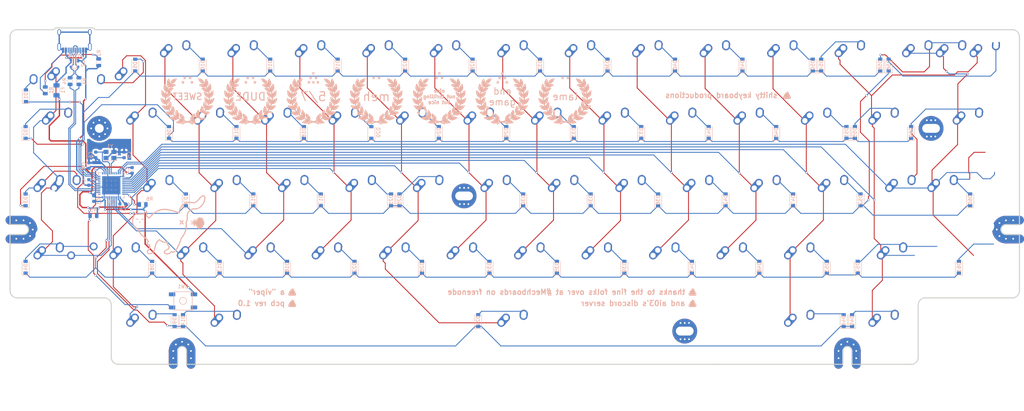
<source format=kicad_pcb>
(kicad_pcb (version 20241229) (generator "pcbnew") (generator_version "9.0")
  (layers (0 "F.Cu" signal) (2 "B.Cu" signal) (13 "F.Paste" user) (15 "B.Paste" user) (5 "F.SilkS" user) (7 "B.SilkS" user) (1 "F.Mask" user) (3 "B.Mask" user) (25 "Edge.Cuts" user))
  (net 0 "")
  (net 1 "+5V")
  (net 2 "GND")
  (net 3 "Net-(C5-Pad1)")
  (net 4 "Net-(C6-Pad1)")
  (net 5 "Net-(C7-Pad1)")
  (net 6 "ROW2")
  (net 7 "Net-(D1-Pad2)")
  (net 8 "ROW1")
  (net 9 "Net-(D2-Pad2)")
  (net 10 "ROW4")
  (net 11 "Net-(D3-Pad2)")
  (net 12 "ROW3")
  (net 13 "Net-(D4-Pad2)")
  (net 14 "Net-(D5-Pad2)")
  (net 15 "Net-(D6-Pad2)")
  (net 16 "Net-(D7-Pad2)")
  (net 17 "Net-(D8-Pad2)")
  (net 18 "Net-(D9-Pad2)")
  (net 19 "ROW0")
  (net 20 "Net-(D10-Pad2)")
  (net 21 "Net-(D11-Pad2)")
  (net 22 "Net-(D12-Pad2)")
  (net 23 "Net-(D13-Pad2)")
  (net 24 "Net-(D14-Pad2)")
  (net 25 "Net-(D15-Pad2)")
  (net 26 "Net-(D16-Pad2)")
  (net 27 "Net-(D17-Pad2)")
  (net 28 "Net-(D18-Pad2)")
  (net 29 "Net-(D19-Pad2)")
  (net 30 "Net-(D20-Pad2)")
  (net 31 "Net-(D21-Pad2)")
  (net 32 "Net-(D22-Pad2)")
  (net 33 "Net-(D23-Pad2)")
  (net 34 "Net-(D24-Pad2)")
  (net 35 "Net-(D25-Pad2)")
  (net 36 "Net-(D26-Pad2)")
  (net 37 "Net-(D27-Pad2)")
  (net 38 "Net-(D28-Pad2)")
  (net 39 "Net-(D29-Pad2)")
  (net 40 "Net-(D30-Pad2)")
  (net 41 "Net-(D31-Pad2)")
  (net 42 "Net-(D32-Pad2)")
  (net 43 "Net-(D33-Pad2)")
  (net 44 "Net-(D34-Pad2)")
  (net 45 "Net-(D35-Pad2)")
  (net 46 "Net-(D36-Pad2)")
  (net 47 "Net-(D37-Pad2)")
  (net 48 "Net-(D38-Pad2)")
  (net 49 "Net-(D39-Pad2)")
  (net 50 "Net-(D40-Pad2)")
  (net 51 "Net-(D41-Pad2)")
  (net 52 "Net-(D42-Pad2)")
  (net 53 "Net-(D43-Pad2)")
  (net 54 "Net-(D44-Pad2)")
  (net 55 "Net-(D45-Pad2)")
  (net 56 "Net-(D46-Pad2)")
  (net 57 "Net-(D47-Pad2)")
  (net 58 "Net-(D48-Pad2)")
  (net 59 "Net-(D49-Pad2)")
  (net 60 "Net-(D50-Pad2)")
  (net 61 "Net-(D51-Pad2)")
  (net 62 "Net-(D52-Pad2)")
  (net 63 "Net-(D53-Pad2)")
  (net 64 "Net-(D54-Pad2)")
  (net 65 "Net-(D55-Pad2)")
  (net 66 "Net-(D56-Pad2)")
  (net 67 "Net-(D57-Pad2)")
  (net 68 "Net-(D58-Pad2)")
  (net 69 "Net-(D59-Pad2)")
  (net 70 "Net-(D60-Pad2)")
  (net 71 "Net-(D61-Pad2)")
  (net 72 "VCC")
  (net 73 "RST")
  (net 74 "COL7")
  (net 75 "COL8")
  (net 76 "COL9")
  (net 77 "COL1")
  (net 78 "COL2")
  (net 79 "COL3")
  (net 80 "COL4")
  (net 81 "COL5")
  (net 82 "COL6")
  (net 83 "COL10")
  (net 84 "COL11")
  (net 85 "COL12")
  (net 86 "COL0")
  (net 87 "Net-(R1-Pad2)")
  (net 88 "Net-(R2-Pad2)")
  (net 89 "Net-(R3-Pad2)")
  (net 90 "D+")
  (net 91 "D-")
  (net 92 "Net-(R6-Pad2)")
  (net 93 "COL13")
  (net 94 "Net-(R4-Pad2)")
  (footprint "locallib:60_Outline-Viper" (layer "F.Cu") (at 129.381 49.2125)
    (property "Reference" "REF**" (hide yes))
    (property "Value" "60_Outline_Viper")
    (fp_line (start -142.5 7.8) (end -142.5 -45.3) (stroke (width 0.3)) (layer "Edge.Cuts"))
    (fp_line (start -142.5 10.6) (end -138.7 10.6) (stroke (width 0.3)) (layer "Edge.Cuts"))
    (fp_line (start -142.5 26.5115) (end -142.5 10.6) (stroke (width 0.3)) (layer "Edge.Cuts"))
    (fp_line (start -140.5 -47.3) (end -130.3 -47.3) (stroke (width 0.3)) (layer "Edge.Cuts"))
    (fp_line (start -138.7 7.8) (end -142.5 7.8) (stroke (width 0.3)) (layer "Edge.Cuts"))
    (fp_line (start -129.8 -47.8) (end -118.8 -47.8) (stroke (width 0.3)) (layer "Edge.Cuts"))
    (fp_line (start -115.925 28.5115) (end -140.5 28.5115) (stroke (width 0.3)) (layer "Edge.Cuts"))
    (fp_line (start -113.925 45.3) (end -113.925 30.5115) (stroke (width 0.3)) (layer "Edge.Cuts"))
    (fp_line (start -111.925 47.3) (end -95.175 47.3) (stroke (width 0.3)) (layer "Edge.Cuts"))
    (fp_line (start -95.175 43.5) (end -95.175 47.3) (stroke (width 0.3)) (layer "Edge.Cuts"))
    (fp_line (start -92.675 43.5) (end -92.675 47.3) (stroke (width 0.3)) (layer "Edge.Cuts"))
    (fp_line (start -92.675 47.3) (end 92.675 47.3) (stroke (width 0.3)) (layer "Edge.Cuts"))
    (fp_line (start 92.675 43.5) (end 92.675 47.3) (stroke (width 0.3)) (layer "Edge.Cuts"))
    (fp_line (start 95.175 43.5) (end 95.175 47.3) (stroke (width 0.3)) (layer "Edge.Cuts"))
    (fp_line (start 95.175 47.3) (end 111.925 47.3) (stroke (width 0.3)) (layer "Edge.Cuts"))
    (fp_line (start 113.925 45.3) (end 113.925 30.5115) (stroke (width 0.3)) (layer "Edge.Cuts"))
    (fp_line (start 115.925 28.5115) (end 140.5 28.5115) (stroke (width 0.3)) (layer "Edge.Cuts"))
    (fp_line (start 138.7 7.8) (end 142.5 7.8) (stroke (width 0.3)) (layer "Edge.Cuts"))
    (fp_line (start 138.7 10.6) (end 142.5 10.6) (stroke (width 0.3)) (layer "Edge.Cuts"))
    (fp_line (start 140.5 -47.3) (end -118.3 -47.3) (stroke (width 0.3)) (layer "Edge.Cuts"))
    (fp_line (start 142.5 7.8) (end 142.5 -45.3) (stroke (width 0.3)) (layer "Edge.Cuts"))
    (fp_line (start 142.5 10.6) (end 142.5 26.5115) (stroke (width 0.3)) (layer "Edge.Cuts"))
    (fp_arc (start -142.5 -45.3) (mid -141.914214 -46.714214) (end -140.5 -47.3) (stroke (width 0.3)) (layer "Edge.Cuts"))
    (fp_arc (start -140.5 28.5115) (mid -141.914214 27.925714) (end -142.5 26.5115) (stroke (width 0.3)) (layer "Edge.Cuts"))
    (fp_arc (start -138.7 7.8) (mid -137.710051 8.210051) (end -137.3 9.2) (stroke (width 0.3)) (layer "Edge.Cuts"))
    (fp_arc (start -137.3 9.2) (mid -137.710051 10.189949) (end -138.7 10.6) (stroke (width 0.3)) (layer "Edge.Cuts"))
    (fp_arc (start -129.8 -47.8) (mid -129.946447 -47.446447) (end -130.3 -47.3) (stroke (width 0.3)) (layer "Edge.Cuts"))
    (fp_arc (start -118.3 -47.3) (mid -118.653553 -47.446447) (end -118.8 -47.8) (stroke (width 0.3)) (layer "Edge.Cuts"))
    (fp_arc (start -115.925 28.5115) (mid -114.510786 29.097286) (end -113.925 30.5115) (stroke (width 0.3)) (layer "Edge.Cuts"))
    (fp_arc (start -111.925 47.3) (mid -113.339214 46.714214) (end -113.925 45.3) (stroke (width 0.3)) (layer "Edge.Cuts"))
    (fp_arc (start -95.175 43.5) (mid -94.808883 42.616117) (end -93.925 42.25) (stroke (width 0.3)) (layer "Edge.Cuts"))
    (fp_arc (start -93.925 42.25) (mid -93.041117 42.616117) (end -92.675 43.5) (stroke (width 0.3)) (layer "Edge.Cuts"))
    (fp_arc (start 92.675 43.5) (mid 93.041117 42.616117) (end 93.925 42.25) (stroke (width 0.3)) (layer "Edge.Cuts"))
    (fp_arc (start 93.925 42.25) (mid 94.808883 42.616117) (end 95.175 43.5) (stroke (width 0.3)) (layer "Edge.Cuts"))
    (fp_arc (start 113.925 30.5115) (mid 114.510786 29.097286) (end 115.925 28.5115) (stroke (width 0.3)) (layer "Edge.Cuts"))
    (fp_arc (start 113.925 45.3) (mid 113.339214 46.714214) (end 111.925 47.3) (stroke (width 0.3)) (layer "Edge.Cuts"))
    (fp_arc (start 137.3 9.2) (mid 137.710051 8.210051) (end 138.7 7.8) (stroke (width 0.3)) (layer "Edge.Cuts"))
    (fp_arc (start 138.7 10.6) (mid 137.710051 10.189949) (end 137.3 9.2) (stroke (width 0.3)) (layer "Edge.Cuts"))
    (fp_arc (start 140.5 -47.3) (mid 141.914214 -46.714214) (end 142.5 -45.3) (stroke (width 0.3)) (layer "Edge.Cuts"))
    (fp_arc (start 142.5 26.5115) (mid 141.914214 27.925714) (end 140.5 28.5115) (stroke (width 0.3)) (layer "Edge.Cuts"))
  )
  (footprint "MX_Alps_Duo:MX-1.75U-NoLED" (layer "F.Cu") (at 3.175 49.2125)
    (property "Reference" "K_CAPS1")
    (property "Value" "MX-NoLED")
  )
  (footprint "MX_Alps_Duo:MX-1U-NoLED" (layer "F.Cu") (at 191.294 68.2625)
    (property "Reference" "K_.1")
    (property "Value" "MX-NoLED")
  )
  (footprint "MX_Alps_Duo:MX-1U-NoLED" (layer "F.Cu") (at 172.244 68.2625)
    (property "Reference" "K_,1")
    (property "Value" "MX-NoLED")
  )
  (footprint "MX_Alps_Duo:MX-1U-NoLED" (layer "F.Cu") (at 15.0812 11.1125 180)
    (property "Reference" "K_#1")
    (property "Value" "MX-NoLED")
  )
  (footprint "MX_Alps_Duo:MX-1U-NoLED" (layer "F.Cu") (at 34.1312 11.1125)
    (property "Reference" "K_#2")
    (property "Value" "MX-NoLED")
  )
  (footprint "MX_Alps_Duo:MX-1U-NoLED" (layer "F.Cu") (at 53.1812 11.1125)
    (property "Reference" "K_#3")
    (property "Value" "MX-NoLED")
  )
  (footprint "MX_Alps_Duo:MX-1U-NoLED" (layer "F.Cu") (at 91.2812 11.1125)
    (property "Reference" "K_#5")
    (property "Value" "MX-NoLED")
  )
  (footprint "MX_Alps_Duo:MX-1U-NoLED" (layer "F.Cu") (at 110.331 11.1125)
    (property "Reference" "K_#6")
    (property "Value" "MX-NoLED")
  )
  (footprint "MX_Alps_Duo:MX-1U-NoLED" (layer "F.Cu") (at 129.381 11.1125)
    (property "Reference" "K_#7")
    (property "Value" "MX-NoLED")
  )
  (footprint "MX_Alps_Duo:MX-1U-NoLED" (layer "F.Cu") (at 148.431 11.1125)
    (property "Reference" "K_#8")
    (property "Value" "MX-NoLED")
  )
  (footprint "MX_Alps_Duo:MX-1U-NoLED" (layer "F.Cu") (at 167.481 11.1125)
    (property "Reference" "K_#9")
    (property "Value" "MX-NoLED")
  )
  (footprint "MX_Alps_Duo:MX-1U-NoLED" (layer "F.Cu") (at 186.531 11.1125)
    (property "Reference" "K_#10")
    (property "Value" "MX-NoLED")
  )
  (footprint "MX_Alps_Duo:MX-1U-NoLED" (layer "F.Cu") (at 219.869 49.2125)
    (property "Reference" "K_'1")
    (property "Value" "MX-NoLED")
  )
  (footprint "MX_Alps_Duo:MX-1U-NoLED" (layer "F.Cu") (at 200.819 49.2125)
    (property "Reference" "K_;1")
    (property "Value" "MX-NoLED")
  )
  (footprint "MX_Alps_Duo:MX-1U-NoLED" (layer "F.Cu") (at 224.631 11.1125)
    (property "Reference" "K_=1")
    (property "Value" "MX-NoLED")
  )
  (footprint "MX_Alps_Duo:MX-1.5U-NoLED" (layer "F.Cu") (at 257.969 30.1625)
    (property "Reference" "K_\\1")
    (property "Value" "MX-NoLED")
  )
  (footprint "MX_Alps_Duo:MX-1U-NoLED" (layer "F.Cu") (at 238.919 49.2125)
    (property "Reference" "K_\\2")
    (property "Value" "MX-NoLED")
  )
  (footprint "MX_Alps_Duo:MX-1U-NoLED" (layer "F.Cu") (at 115.094 68.2625)
    (property "Reference" "K_B1")
    (property "Value" "MX-NoLED")
  )
  (footprint "MX_Alps_Duo:MX-2U-NoLED" (layer "F.Cu") (at 253.206 11.1125)
    (property "Reference" "K_BACK1")
    (property "Value" "MX-NoLED")
  )
  (footprint "MX_Alps_Duo:MX-1U-NoLED" (layer "F.Cu") (at 76.9938 68.2625)
    (property "Reference" "K_C1")
    (property "Value" "MX-NoLED")
  )
  (footprint "MX_Alps_Duo:MX-1.25U-NoLED" (layer "F.Cu") (at -1.5875 49.2125)
    (property "Reference" "K_CAPS2")
    (property "Value" "MX-NoLED")
  )
  (footprint "MX_Alps_Duo:MX-1U-NoLED" (layer "F.Cu") (at 67.4688 49.2125)
    (property "Reference" "K_D1")
    (property "Value" "MX-NoLED")
  )
  (footprint "MX_Alps_Duo:MX-2.25U-NoLED" (layer "F.Cu") (at 250.825 49.2125)
    (property "Reference" "K_ENTER1")
    (property "Value" "MX-NoLED")
  )
  (footprint "MX_Alps_Duo:MX-1U-NoLED" (layer "F.Cu") (at 86.5188 49.2125)
    (property "Reference" "K_F1")
    (property "Value" "MX-NoLED")
  )
  (footprint "MX_Alps_Duo:MX-1U-NoLED" (layer "F.Cu") (at 105.569 49.2125)
    (property "Reference" "K_G1")
    (property "Value" "MX-NoLED")
  )
  (footprint "MX_Alps_Duo:MX-1U-NoLED" (layer "F.Cu") (at 124.619 49.2125)
    (property "Reference" "K_H1")
    (property "Value" "MX-NoLED")
  )
  (footprint "MX_Alps_Duo:MX-1U-NoLED" (layer "F.Cu") (at 143.669 49.2125)
    (property "Reference" "K_J1")
    (property "Value" "MX-NoLED")
  )
  (footprint "MX_Alps_Duo:MX-1U-NoLED" (layer "F.Cu") (at 162.719 49.2125)
    (property "Reference" "K_K1")
    (property "Value" "MX-NoLED")
  )
  (footprint "MX_Alps_Duo:MX-1U-NoLED" (layer "F.Cu") (at 181.769 49.2125)
    (property "Reference" "K_L1")
    (property "Value" "MX-NoLED")
  )
  (footprint "MX_Alps_Duo:MX-1U-NoLED" (layer "F.Cu") (at 24.6062 87.3125)
    (property "Reference" "K_LWIN1")
    (property "Value" "MX-NoLED")
  )
  (footprint "MX_Alps_Duo:MX-1U-NoLED" (layer "F.Cu") (at 153.194 68.2625)
    (property "Reference" "K_M1")
    (property "Value" "MX-NoLED")
  )
  (footprint "MX_Alps_Duo:MX-1U-NoLED" (layer "F.Cu") (at 134.144 68.2625)
    (property "Reference" "K_N1")
    (property "Value" "MX-NoLED")
  )
  (footprint "MX_Alps_Duo:MX-1.5U-NoLED" (layer "F.Cu") (at 210.344 87.3125)
    (property "Reference" "K_RALT1")
    (property "Value" "MX-NoLED")
  )
  (footprint "MX_Alps_Duo:MX-1U-NoLED" (layer "F.Cu") (at 234.156 87.3125)
    (property "Reference" "K_RWIN1")
    (property "Value" "MX-NoLED")
  )
  (footprint "MX_Alps_Duo:MX-1U-NoLED" (layer "F.Cu") (at 243.681 11.1125)
    (property "Reference" "K_SBACK1")
    (property "Value" "MX-NoLED")
  )
  (footprint "MX_Alps_Duo:MX-1U-NoLED" (layer "F.Cu") (at 262.731 11.1125)
    (property "Reference" "K_SBACK2")
    (property "Value" "MX-NoLED")
  )
  (footprint "locallib:MXOnly-2.25U-NoLED-FLIPPED" (layer "F.Cu") (at 7.9375 68.2625)
    (property "Reference" "K_SHIFT1")
    (property "Value" "MX-NoLED")
  )
  (footprint "MX_Alps_Duo:MX-1.25U-NoLED" (layer "F.Cu") (at -1.5875 68.2625)
    (property "Reference" "K_SHIFT2")
    (property "Value" "MX-NoLED")
  )
  (footprint "MX_Alps_Duo:MX-1U-NoLED" (layer "F.Cu") (at 19.8438 68.2625)
    (property "Reference" "K_SHIFT3")
    (property "Value" "MX-NoLED")
  )
  (footprint "MX_Alps_Duo:MX-7U-ReversedStabilizers-NoLED" (layer "F.Cu") (at 129.381 87.3125)
    (property "Reference" "K_SPACE1")
    (property "Value" "MX-NoLED")
  )
  (footprint "MX_Alps_Duo:MX-1.75U-NoLED" (layer "F.Cu") (at 236.538 68.2625)
    (property "Reference" "K_SRSHIFT1")
    (property "Value" "MX-NoLED")
  )
  (footprint "MX_Alps_Duo:MX-1.5U-NoLED" (layer "F.Cu") (at 0.7938 30.1625)
    (property "Reference" "K_TAB1")
    (property "Value" "MX-NoLED")
  )
  (footprint "MX_Alps_Duo:MX-1U-NoLED" (layer "F.Cu") (at 96.0438 68.2625)
    (property "Reference" "K_V1")
    (property "Value" "MX-NoLED")
  )
  (footprint "MX_Alps_Duo:MX-1U-NoLED" (layer "F.Cu") (at 57.9438 68.2625)
    (property "Reference" "K_X1")
    (property "Value" "MX-NoLED")
  )
  (footprint "MX_Alps_Duo:MX-1U-NoLED" (layer "F.Cu") (at 38.8938 68.2625)
    (property "Reference" "K_Z1")
    (property "Value" "MX-NoLED")
  )
  (footprint "MX_Alps_Duo:MX-1U-NoLED" (layer "F.Cu") (at 72.2312 11.1125)
    (property "Reference" "K_#4")
    (property "Value" "MX-NoLED")
  )
  (footprint "MX_Alps_Duo:MX-1U-NoLED" (layer "F.Cu") (at 62.7062 30.1625)
    (property "Reference" "K_E1")
    (property "Value" "MX-NoLED")
  )
  (footprint "MX_Alps_Duo:MX-1.5U-NoLED" (layer "F.Cu") (at 48.4188 87.3125)
    (property "Reference" "K_LALT1")
    (property "Value" "MX-NoLED")
  )
  (footprint "MX_Alps_Duo:MX-1U-NoLED" (layer "F.Cu") (at 210.344 68.2625)
    (property "Reference" "K_/1")
    (property "Value" "MX-NoLED")
  )
  (footprint "MX_Alps_Duo:MX-1U-NoLED" (layer "F.Cu") (at 48.367 49.2125)
    (property "Reference" "K_S1")
    (property "Value" "MX-NoLED")
  )
  (footprint "MX_Alps_Duo:MX-1U-NoLED" (layer "F.Cu") (at 119.856 30.1625)
    (property "Reference" "K_Y1")
    (property "Value" "MX-NoLED")
  )
  (footprint "MX_Alps_Duo:MX-1U-NoLED" (layer "F.Cu") (at 43.6562 30.1625)
    (property "Reference" "K_W1")
    (property "Value" "MX-NoLED")
  )
  (footprint "MX_Alps_Duo:MX-1U-NoLED" (layer "F.Cu") (at 138.906 30.1625)
    (property "Reference" "K_U1")
    (property "Value" "MX-NoLED")
  )
  (footprint "MX_Alps_Duo:MX-1U-NoLED" (layer "F.Cu") (at 100.806 30.1625)
    (property "Reference" "K_T1")
    (property "Value" "MX-NoLED")
  )
  (footprint "MX_Alps_Duo:MX-1U-NoLED" (layer "F.Cu") (at 81.7562 30.1625)
    (property "Reference" "K_R1")
    (property "Value" "MX-NoLED")
  )
  (footprint "MX_Alps_Duo:MX-1U-NoLED" (layer "F.Cu") (at 24.6062 30.1625)
    (property "Reference" "K_Q1")
    (property "Value" "MX-NoLED")
  )
  (footprint "MX_Alps_Duo:MX-1U-NoLED" (layer "F.Cu") (at 196.056 30.1625)
    (property "Reference" "K_P1")
    (property "Value" "MX-NoLED")
  )
  (footprint "MX_Alps_Duo:MX-1U-NoLED" (layer "F.Cu") (at 177.006 30.1625)
    (property "Reference" "K_O1")
    (property "Value" "MX-NoLED")
  )
  (footprint "MX_Alps_Duo:MX-1U-NoLED" (layer "F.Cu") (at 157.956 30.1625)
    (property "Reference" "K_I1")
    (property "Value" "MX-NoLED")
  )
  (footprint "MX_Alps_Duo:MX-1U-NoLED" (layer "F.Cu") (at 234.156 30.1625)
    (property "Reference" "K_]1")
    (property "Value" "MX-NoLED")
  )
  (footprint "MX_Alps_Duo:MX-1U-NoLED" (layer "F.Cu") (at 215.106 30.1625)
    (property "Reference" "K_[1")
    (property "Value" "MX-NoLED")
  )
  (footprint "MX_Alps_Duo:MX-1U-NoLED" (layer "F.Cu") (at 29.3688 49.2125)
    (property "Reference" "K_A1")
    (property "Value" "MX-NoLED")
  )
  (footprint "MX_Alps_Duo:MX-1U-NoLED" (layer "F.Cu") (at 205.581 11.1125)
    (property "Reference" "K_-1")
    (property "Value" "MX-NoLED")
  )
  (footprint "MX_Alps_Duo:MX-1U-NoLED" (layer "F.Cu") (at -3.9687 11.1125 180)
    (property "Reference" "K_ESC1")
    (property "Value" "MX-NoLED")
  )
  (footprint "Type-C:HRO-TYPE-C-31-M-12-Assembly" (layer "B.Cu") (at 5.08 0)
    (property "Reference" "USB1")
    (property "Value" "HRO-TYPE-C-31-M-12")
  )
  (footprint "Capacitor_SMD:C_0603_1608Metric" (layer "B.Cu") (at 11.0812 37.3062 -90)
    (property "Reference" "C6")
    (property "Value" "22pF")
  )
  (footprint "Molex-0548190589:SKQG-1155865" (layer "B.Cu") (at 35.7188 78.5812)
    (property "Reference" "SW1")
    (property "Value" "5.2x5.2mm")
  )
  (footprint "Capacitor_SMD:C_0603_1608Metric" (layer "B.Cu") (at 10.541 49.657 90)
    (property "Reference" "C1")
    (property "Value" "0.1uF")
  )
  (footprint "Capacitor_SMD:C_0603_1608Metric" (layer "B.Cu") (at 19.0812 37.3062 90)
    (property "Reference" "C5")
    (property "Value" "22pF")
  )
  (footprint "Capacitor_SMD:C_0603_1608Metric" (layer "B.Cu") (at 18.669 51.181)
    (property "Reference" "C4")
    (property "Value" "10uF")
  )
  (footprint "Fuse:Fuse_1206_3216Metric" (layer "B.Cu") (at 0 19.05 90)
    (property "Reference" "F1")
    (property "Value" "500mA")
  )
  (footprint "Diode_SMD:D_SOD-123" (layer "B.Cu") (at -8.7312 30.9562 90)
    (property "Reference" "D2")
    (property "Value" "SOD-123")
  )
  (footprint "Diode_SMD:D_SOD-123" (layer "B.Cu") (at -8.7312 50.0062 90)
    (property "Reference" "D3")
    (property "Value" "SOD-123")
  )
  (footprint "Diode_SMD:D_SOD-123" (layer "B.Cu") (at -8.7312 69.0562 90)
    (property "Reference" "D4")
    (property "Value" "SOD-123")
  )
  (footprint "Diode_SMD:D_SOD-123" (layer "B.Cu") (at 31.75 30.9562 90)
    (property "Reference" "D6")
    (property "Value" "SOD-123")
  )
  (footprint "Diode_SMD:D_SOD-123" (layer "B.Cu") (at 36.5125 50.0062 90)
    (property "Reference" "D7")
    (property "Value" "SOD-123")
  )
  (footprint "Diode_SMD:D_SOD-123" (layer "B.Cu") (at 26.9875 69.0562 90)
    (property "Reference" "D8")
    (property "Value" "SOD-123")
  )
  (footprint "Diode_SMD:D_SOD-123" (layer "B.Cu") (at 33.3375 84.1375 90)
    (property "Reference" "D9")
    (property "Value" "SOD-123")
  )
  (footprint "Diode_SMD:D_SOD-123" (layer "B.Cu") (at 41.275 11.9062 90)
    (property "Reference" "D10")
    (property "Value" "SOD-123")
  )
  (footprint "Diode_SMD:D_SOD-123" (layer "B.Cu") (at 50.8 30.9562 90)
    (property "Reference" "D11")
    (property "Value" "SOD-123")
  )
  (footprint "Diode_SMD:D_SOD-123" (layer "B.Cu") (at 55.5625 50.0062 90)
    (property "Reference" "D12")
    (property "Value" "SOD-123")
  )
  (footprint "Diode_SMD:D_SOD-123" (layer "B.Cu") (at 46.0375 69.0562 90)
    (property "Reference" "D13")
    (property "Value" "SOD-123")
  )
  (footprint "Diode_SMD:D_SOD-123" (layer "B.Cu") (at 35.7188 84.1375 90)
    (property "Reference" "D14")
    (property "Value" "SOD-123")
  )
  (footprint "Diode_SMD:D_SOD-123" (layer "B.Cu") (at 60.325 11.9062 90)
    (property "Reference" "D15")
    (property "Value" "SOD-123")
  )
  (footprint "Diode_SMD:D_SOD-123" (layer "B.Cu") (at 69.85 30.9562 90)
    (property "Reference" "D16")
    (property "Value" "SOD-123")
  )
  (footprint "Diode_SMD:D_SOD-123" (layer "B.Cu") (at 74.6125 50.0062 90)
    (property "Reference" "D17")
    (property "Value" "SOD-123")
  )
  (footprint "Diode_SMD:D_SOD-123" (layer "B.Cu") (at 65.0875 69.0562 90)
    (property "Reference" "D18")
    (property "Value" "SOD-123")
  )
  (footprint "Diode_SMD:D_SOD-123" (layer "B.Cu") (at 79.375 11.9062 90)
    (property "Reference" "D19")
    (property "Value" "SOD-123")
  )
  (footprint "Diode_SMD:D_SOD-123" (layer "B.Cu") (at 88.9 30.9562 90)
    (property "Reference" "D20")
    (property "Value" "SOD-123")
  )
  (footprint "Diode_SMD:D_SOD-123" (layer "B.Cu") (at 84.1375 69.0562 90)
    (property "Reference" "D22")
    (property "Value" "SOD-123")
  )
  (footprint "Diode_SMD:D_SOD-123" (layer "B.Cu") (at 98.425 11.9062 90)
    (property "Reference" "D23")
    (property "Value" "SOD-123")
  )
  (footprint "Diode_SMD:D_SOD-123" (layer "B.Cu") (at 96.8375 50.0062 90)
    (property "Reference" "D25")
    (property "Value" "SOD-123")
  )
  (footprint "Diode_SMD:D_SOD-123" (layer "B.Cu") (at 103.188 69.0562 90)
    (property "Reference" "D26")
    (property "Value" "SOD-123")
  )
  (footprint "Diode_SMD:D_SOD-123" (layer "B.Cu") (at 119.062 84.1375 90)
    (property "Reference" "D27")
    (property "Value" "SOD-123")
  )
  (footprint "Diode_SMD:D_SOD-123" (layer "B.Cu") (at 117.475 11.9062 90)
    (property "Reference" "D28")
    (property "Value" "SOD-123")
  )
  (footprint "Diode_SMD:D_SOD-123" (layer "B.Cu") (at 127 30.9562 90)
    (property "Reference" "D29")
    (property "Value" "SOD-123")
  )
  (footprint "Diode_SMD:D_SOD-123" (layer "B.Cu") (at 131.762 50.0062 90)
    (property "Reference" "D30")
    (property "Value" "SOD-123")
  )
  (footprint "Diode_SMD:D_SOD-123" (layer "B.Cu") (at 122.238 69.0562 90)
    (property "Reference" "D31")
    (property "Value" "SOD-123")
  )
  (footprint "Diode_SMD:D_SOD-123" (layer "B.Cu") (at 136.525 11.9062 90)
    (property "Reference" "D32")
    (property "Value" "SOD-123")
  )
  (footprint "Diode_SMD:D_SOD-123" (layer "B.Cu") (at 146.05 30.9562 90)
    (property "Reference" "D33")
    (property "Value" "SOD-123")
  )
  (footprint "Diode_SMD:D_SOD-123" (layer "B.Cu") (at 150.812 50.0062 90)
    (property "Reference" "D34")
    (property "Value" "SOD-123")
  )
  (footprint "Diode_SMD:D_SOD-123" (layer "B.Cu") (at 141.288 69.0562 90)
    (property "Reference" "D35")
    (property "Value" "SOD-123")
  )
  (footprint "Diode_SMD:D_SOD-123" (layer "B.Cu") (at 155.575 11.9062 90)
    (property "Reference" "D36")
    (property "Value" "SOD-123")
  )
  (footprint "Diode_SMD:D_SOD-123" (layer "B.Cu") (at 165.1 30.9562 90)
    (property "Reference" "D37")
    (property "Value" "SOD-123")
  )
  (footprint "Diode_SMD:D_SOD-123" (layer "B.Cu") (at 169.862 50.0062 90)
    (property "Reference" "D38")
    (property "Value" "SOD-123")
  )
  (footprint "Diode_SMD:D_SOD-123" (layer "B.Cu") (at 160.338 69.0562 90)
    (property "Reference" "D39")
    (property "Value" "SOD-123")
  )
  (footprint "Diode_SMD:D_SOD-123" (layer "B.Cu") (at 174.625 11.9062 90)
    (property "Reference" "D40")
    (property "Value" "SOD-123")
  )
  (footprint "Diode_SMD:D_SOD-123" (layer "B.Cu") (at 184.15 30.9562 90)
    (property "Reference" "D41")
    (property "Value" "SOD-123")
  )
  (footprint "Diode_SMD:D_SOD-123" (layer "B.Cu") (at 188.912 50.0062 90)
    (property "Reference" "D42")
    (property "Value" "SOD-123")
  )
  (footprint "Diode_SMD:D_SOD-123" (layer "B.Cu") (at 179.388 69.0562 90)
    (property "Reference" "D43")
    (property "Value" "SOD-123")
  )
  (footprint "Diode_SMD:D_SOD-123" (layer "B.Cu") (at 222.25 84.1375 90)
    (property "Reference" "D44")
    (property "Value" "SOD-123")
  )
  (footprint "Diode_SMD:D_SOD-123" (layer "B.Cu") (at 193.675 11.9062 90)
    (property "Reference" "D45")
    (property "Value" "SOD-123")
  )
  (footprint "Diode_SMD:D_SOD-123" (layer "B.Cu") (at 203.2 30.9562 90)
    (property "Reference" "D46")
    (property "Value" "SOD-123")
  )
  (footprint "Diode_SMD:D_SOD-123" (layer "B.Cu") (at 207.962 50.0062 90)
    (property "Reference" "D47")
    (property "Value" "SOD-123")
  )
  (footprint "Diode_SMD:D_SOD-123" (layer "B.Cu") (at 198.438 69.0562 90)
    (property "Reference" "D48")
    (property "Value" "SOD-123")
  )
  (footprint "Diode_SMD:D_SOD-123" (layer "B.Cu") (at 224.631 84.1375 90)
    (property "Reference" "D49")
    (property "Value" "SOD-123")
  )
  (footprint "Diode_SMD:D_SOD-123" (layer "B.Cu") (at 227.012 50.0062 90)
    (property "Reference" "D52")
    (property "Value" "SOD-123")
  )
  (footprint "Diode_SMD:D_SOD-123" (layer "B.Cu") (at 217.488 69.0562 90)
    (property "Reference" "D53")
    (property "Value" "SOD-123")
  )
  (footprint "Diode_SMD:D_SOD-123" (layer "B.Cu") (at 215.9 11.9062 90)
    (property "Reference" "D54")
    (property "Value" "SOD-123")
  )
  (footprint "Diode_SMD:D_SOD-123" (layer "B.Cu") (at 225.425 30.9562 90)
    (property "Reference" "D55")
    (property "Value" "SOD-123")
  )
  (footprint "Diode_SMD:D_SOD-123" (layer "B.Cu") (at 234.95 11.9062 90)
    (property "Reference" "D56")
    (property "Value" "SOD-123")
  )
  (footprint "Diode_SMD:D_SOD-123" (layer "B.Cu") (at 226.219 69.0562 90)
    (property "Reference" "D57")
    (property "Value" "SOD-123")
  )
  (footprint "Diode_SMD:D_SOD-123" (layer "B.Cu") (at 257.969 50.0062 90)
    (property "Reference" "D60")
    (property "Value" "SOD-123")
  )
  (footprint "Diode_SMD:D_SOD-123" (layer "B.Cu") (at 254.794 69.0562 90)
    (property "Reference" "D61")
    (property "Value" "SOD-123")
  )
  (footprint "Resistor_SMD:R_0805_2012Metric" (layer "B.Cu") (at -3.175 19.05 90)
    (property "Reference" "R1")
    (property "Value" "5.1k")
  )
  (footprint "Resistor_SMD:R_0805_2012Metric" (layer "B.Cu") (at 11.9062 11.1125 90)
    (property "Reference" "R2")
    (property "Value" "5.1k")
  )
  (footprint "Resistor_SMD:R_0805_2012Metric" (layer "B.Cu") (at 6.33 16.43 90)
    (property "Reference" "R3")
    (property "Value" "22")
  )
  (footprint "Resistor_SMD:R_0805_2012Metric" (layer "B.Cu") (at 3.83 16.43 90)
    (property "Reference" "R4")
    (property "Value" "22")
  )
  (footprint "Resistor_SMD:R_0805_2012Metric" (layer "B.Cu") (at 10.414 54.483 180)
    (property "Reference" "R5")
    (property "Value" "10k")
  )
  (footprint "Resistor_SMD:R_0805_2012Metric" (layer "B.Cu") (at 24.3078 51.3334 180)
    (property "Reference" "R6")
    (property "Value" "1k")
  )
  (footprint "locallib:X_1" (layer "B.Cu") (at 35.306 56.388 180)
    (property "Reference" "X1" (hide yes))
    (property "Value" "G***" (hide yes))
  )
  (footprint "Diode_SMD:D_SOD-123" (layer "B.Cu") (at 94.4562 50.0062 90)
    (property "Reference" "D21")
    (property "Value" "SOD-123")
  )
  (footprint "locallib:cat_outline20" (layer "B.Cu") (at 32.07 57.44 -175)
    (property "Reference" "cat_outline20" (hide yes))
    (property "Value" "G***" (hide yes))
  )
  (footprint "locallib:catsnout1" (layer "B.Cu") (at 23.495 56.3372 180)
    (property "Reference" "catsnout1" (hide yes))
    (property "Value" "G***" (hide yes))
  )
  (footprint "locallib:turd2" (layer "B.Cu") (at 66.548 76.073 180)
    (property "Reference" "turd2" (hide yes))
    (property "Value" "G***" (hide yes))
  )
  (footprint "locallib:turd2" (layer "B.Cu") (at 66.548 79.248 180)
    (property "Reference" "turd2" (hide yes))
    (property "Value" "G***" (hide yes))
  )
  (footprint "locallib:turd2" (layer "B.Cu") (at 179.578 79.248 180)
    (property "Reference" "turd2" (hide yes))
    (property "Value" "G***" (hide yes))
  )
  (footprint "locallib:turd2" (layer "B.Cu") (at 179.578 76.073 180)
    (property "Reference" "turd2" (hide yes))
    (property "Value" "G***" (hide yes))
  )
  (footprint "Diode_SMD:D_SOD-123" (layer "B.Cu") (at 22.225 11.9062 90)
    (property "Reference" "D5")
    (property "Value" "SOD-123")
  )
  (footprint "Diode_SMD:D_SOD-123" (layer "B.Cu") (at 107.95 30.9562 90)
    (property "Reference" "D24")
    (property "Value" "SOD-123")
  )
  (footprint "locallib:fart8" (layer "B.Cu") (at 39.7383 56.5404 86.5)
    (property "Reference" "fart8" (hide yes))
    (property "Value" "G***" (hide yes))
  )
  (footprint "locallib:cateye2" (layer "B.Cu") (at 24.2824 55.5498 165)
    (property "Reference" "cateye2" (hide yes))
    (property "Value" "G***" (hide yes))
  )
  (footprint "locallib:cateye2" (layer "B.Cu") (at 22.7584 55.5498 165)
    (property "Reference" "cateye2" (hide yes))
    (property "Value" "G***" (hide yes))
  )
  (footprint "locallib:turd2" (layer "B.Cu") (at 206.248 20.447 180)
    (property "Reference" "turd2" (hide yes))
    (property "Value" "G***" (hide yes))
  )
  (footprint "Crystal:Crystal_SMD_3225-4Pin_3.2x2.5mm" (layer "B.Cu") (at 15.0812 37.3062 180)
    (property "Reference" "Y1")
    (property "Value" "16Mhz")
  )
  (footprint "Capacitor_SMD:C_0603_1608Metric" (layer "B.Cu") (at 9.144 40.335 -90)
    (property "Reference" "C3")
    (property "Value" "0.1uF")
  )
  (footprint "Capacitor_SMD:C_0603_1608Metric" (layer "B.Cu") (at 9.144 45.0851 -90)
    (property "Reference" "C7")
    (property "Value" "1uF")
  )
  (footprint "Capacitor_SMD:C_0603_1608Metric" (layer "B.Cu") (at 21.336 41.6815 -90)
    (property "Reference" "C2")
    (property "Value" "0.1uF")
  )
  (footprint "Diode_SMD:D_SOD-123" (layer "B.Cu") (at 213.519 11.9062 90)
    (property "Reference" "D50")
    (property "Value" "SOD-123")
  )
  (footprint "Diode_SMD:D_SOD-123" (layer "B.Cu") (at 232.569 11.9062 90)
    (property "Reference" "D58")
    (property "Value" "SOD-123")
  )
  (footprint "Diode_SMD:D_SOD-123" (layer "B.Cu") (at 241.3 30.9562 90)
    (property "Reference" "D59")
    (property "Value" "SOD-123")
  )
  (footprint "Diode_SMD:D_SOD-123" (layer "B.Cu") (at 223.044 30.9562 90)
    (property "Reference" "D51")
    (property "Value" "SOD-123")
  )
  (footprint "Diode_SMD:D_SOD-123" (layer "B.Cu") (at -8.636 20.574 90)
    (property "Reference" "D1")
    (property "Value" "SOD-123")
  )
  (footprint "locallib:SOT143B" (layer "B.Cu") (at 5.08 11.43 -90)
    (property "Reference" "U2")
    (property "Value" "PRTR5V0U2X")
  )
  (footprint "locallib:star1" (layer "B.Cu") (at 37.719 15.494 180)
    (property "Reference" "star1" (hide yes))
    (property "Value" "G***" (hide yes))
  )
  (footprint "locallib:laurels10" (layer "B.Cu") (at 143.637 22.225 180)
    (property "Reference" "cateye10" (hide yes))
    (property "Value" "G***" (hide yes))
  )
  (footprint "locallib:star1" (layer "B.Cu") (at 53.975 15.494 180)
    (property "Reference" "star1" (hide yes))
    (property "Value" "G***" (hide yes))
  )
  (footprint "locallib:star1" (layer "B.Cu") (at 127.127 16.764 180)
    (property "Reference" "star1" (hide yes))
    (property "Value" "G***" (hide yes))
  )
  (footprint "locallib:star1" (layer "B.Cu") (at 53.467 16.764 180)
    (property "Reference" "star1" (hide yes))
    (property "Value" "G***" (hide yes))
  )
  (footprint "locallib:star1" (layer "B.Cu") (at 108.839 15.494 180)
    (property "Reference" "star1" (hide yes))
    (property "Value" "G***" (hide yes))
  )
  (footprint "locallib:star1" (layer "B.Cu") (at 71.247 16.764 180)
    (property "Reference" "star1" (hide yes))
    (property "Value" "G***" (hide yes))
  )
  (footprint "locallib:star1" (layer "B.Cu") (at 89.535 15.494 180)
    (property "Reference" "star1" (hide yes))
    (property "Value" "G***" (hide yes))
  )
  (footprint "locallib:laurels10" (layer "B.Cu") (at 125.857 22.225 180)
    (property "Reference" "cateye10" (hide yes))
    (property "Value" "G***" (hide yes))
  )
  (footprint "locallib:laurels10" (layer "B.Cu") (at 108.077 22.225 180)
    (property "Reference" "cateye10" (hide yes))
    (property "Value" "G***" (hide yes))
  )
  (footprint "locallib:star1" (layer "B.Cu") (at 107.315 15.494 180)
    (property "Reference" "star1" (hide yes))
    (property "Value" "G***" (hide yes))
  )
  (footprint "locallib:laurels10" (layer "B.Cu") (at 90.297 22.225 180)
    (property "Reference" "cateye10" (hide yes))
    (property "Value" "G***" (hide yes))
  )
  (footprint "locallib:star1" (layer "B.Cu") (at 124.587 16.764 180)
    (property "Reference" "star1" (hide yes))
    (property "Value" "G***" (hide yes))
  )
  (footprint "locallib:star1" (layer "B.Cu") (at 125.857 14.224 180)
    (property "Reference" "star1" (hide yes))
    (property "Value" "G***" (hide yes))
  )
  (footprint "locallib:star1" (layer "B.Cu") (at 73.279 15.494 180)
    (property "Reference" "star1" (hide yes))
    (property "Value" "G***" (hide yes))
  )
  (footprint "locallib:star1" (layer "B.Cu") (at 38.227 16.764 180)
    (property "Reference" "star1" (hide yes))
    (property "Value" "G***" (hide yes))
  )
  (footprint "locallib:star1" (layer "B.Cu") (at 91.059 15.494 180)
    (property "Reference" "star1" (hide yes))
    (property "Value" "G***" (hide yes))
  )
  (footprint "locallib:star1" (layer "B.Cu") (at 108.077 14.224 180)
    (property "Reference" "star1" (hide yes))
    (property "Value" "G***" (hide yes))
  )
  (footprint "locallib:star1" (layer "B.Cu") (at 71.755 15.494 180)
    (property "Reference" "star1" (hide yes))
    (property "Value" "G***" (hide yes))
  )
  (footprint "locallib:star1" (layer "B.Cu") (at 142.875 15.494 180)
    (property "Reference" "star1" (hide yes))
    (property "Value" "G***" (hide yes))
  )
  (footprint "locallib:star1" (layer "B.Cu") (at 126.619 15.494 180)
    (property "Reference" "star1" (hide yes))
    (property "Value" "G***" (hide yes))
  )
  (footprint "locallib:laurels10" (layer "B.Cu") (at 36.957 22.225 180)
    (property "Reference" "cateye10" (hide yes))
    (property "Value" "G***" (hide yes))
  )
  (footprint "locallib:star1" (layer "B.Cu") (at 55.499 15.494 180)
    (property "Reference" "star1" (hide yes))
    (property "Value" "G***" (hide yes))
  )
  (footprint "locallib:star1" (layer "B.Cu") (at 73.787 16.764 180)
    (property "Reference" "star1" (hide yes))
    (property "Value" "G***" (hide yes))
  )
  (footprint "locallib:star1" (layer "B.Cu") (at 36.195 15.494 180)
    (property "Reference" "star1" (hide yes))
    (property "Value" "G***" (hide yes))
  )
  (footprint "locallib:star1" (layer "B.Cu") (at 144.399 15.494 180)
    (property "Reference" "star1" (hide yes))
    (property "Value" "G***" (hide yes))
  )
  (footprint "locallib:laurels10" (layer "B.Cu") (at 54.737 22.225 180)
    (property "Reference" "cateye10" (hide yes))
    (property "Value" "G***" (hide yes))
  )
  (footprint "locallib:laurels10" (layer "B.Cu") (at 72.517 22.225 180)
    (property "Reference" "cateye10" (hide yes))
    (property "Value" "G***" (hide yes))
  )
  (footprint "locallib:star1" (layer "B.Cu") (at 56.007 16.764 180)
    (property "Reference" "star1" (hide yes))
    (property "Value" "G***" (hide yes))
  )
  (footprint "locallib:star1" (layer "B.Cu") (at 125.095 15.494 180)
    (property "Reference" "star1" (hide yes))
    (property "Value" "G***" (hide yes))
  )
  (footprint "locallib:star1" (layer "B.Cu") (at 72.517 16.764 180)
    (property "Reference" "star1" (hide yes))
    (property "Value" "G***" (hide yes))
  )
  (footprint "locallib:star1" (layer "B.Cu") (at 35.687 16.764 180)
    (property "Reference" "star1" (hide yes))
    (property "Value" "G***" (hide yes))
  )
  (footprint "locallib:star1" (layer "B.Cu") (at 72.517 14.224 180)
    (property "Reference" "star1" (hide yes))
    (property "Value" "G***" (hide yes))
  )
  (footprint "locallib:QFN-44-1EP_7x7mm_Pitch0.5mm" (layer "B.Cu") (at 15.46775 45.8978)
    (property "Reference" "U1")
    (property "Value" "ATmega32U4-MU-MCU_Microchip_ATmega")
  )
  (gr_text "pcb rev 1.0" (at 64.643 79.248 0) (layer "B.SilkS") (effects (font (size 1.5 1.5) (thickness 0.3)) (justify left mirror)))
  (gr_text "and ai03's discord server" (at 177.673 79.248 0) (layer "B.SilkS") (effects (font (size 1.5 1.5) (thickness 0.3)) (justify left mirror)))
  (gr_text "a \"viper\"" (at 64.643 76.073 0) (layer "B.SilkS") (effects (font (size 1.5 1.5) (thickness 0.3)) (justify left mirror)))
  (gr_text "thanks to the fine folks over at #Mechboards on freenode" (at 177.673 76.073 0) (layer "B.SilkS") (effects (font (size 1.5 1.5) (thickness 0.3)) (justify left mirror)))
  (gr_text "shitty keyboard productions" (at 203.708 20.447 0) (layer "B.SilkS") (effects (font (size 1.5 1.5) (thickness 0.3)) (justify left mirror)))
  (gr_text "SWEET" (at 36.957 20.828 0) (layer "B.SilkS") (effects (font (size 1.8 1.8) (thickness 0.3)) (justify mirror)))
  (gr_text "lame" (at 143.637 20.828 0) (layer "B.SilkS") (effects (font (size 2 2) (thickness 0.25)) (justify mirror)))
  (gr_text "DUDE" (at 54.737 20.828 0) (layer "B.SilkS") (effects (font (size 2.2 2.2) (thickness 0.3)) (justify mirror)))
  (gr_text "5/7" (at 72.517 20.828 0) (layer "B.SilkS") (effects (font (size 2.5 2.5) (thickness 0.3)) (justify mirror)))
  (gr_text "nice\nnot thrilling\nbut nice" (at 108.077 20.828 0) (layer "B.SilkS") (effects (font (size 1 1) (thickness 0.25)) (justify mirror)))
  (gr_text "end\ngame" (at 125.857 20.828 0) (layer "B.SilkS") (effects (font (size 1.9 1.9) (thickness 0.25)) (justify mirror)))
  (gr_text "meh" (at 90.297 20.828 0) (layer "B.SilkS") (effects (font (size 2.5 2.5) (thickness 0.3)) (justify mirror)))
  (segment (start 7.366 52.197) (end 6.604 51.435) (width 0.381) (layer "F.Cu") (net 1))
  (segment (start 19.766001 42.245001) (end 20.066 42.545) (width 0.381) (layer "F.Cu") (net 1))
  (segment (start 7.460779 33.358101) (end -1.566899 33.358101) (width 0.381) (layer "F.Cu") (net 1))
  (segment (start 18.288 40.767) (end 19.766001 42.245001) (width 0.381) (layer "F.Cu") (net 1))
  (segment (start 8.255 41.275) (end 10.033 43.053) (width 0.381) (layer "F.Cu") (net 1))
  (segment (start 10.033 43.434) (end 10.033 47.393018) (width 0.381) (layer "F.Cu") (net 1))
  (segment (start 7.389989 47.728011) (end 9.098009 47.728011) (width 0.381) (layer "F.Cu") (net 1))
  (segment (start 10.033 43.87961) (end 10.033 43.434) (width 0.381) (layer "F.Cu") (net 1))
  (segment (start 6.604 51.435) (end 6.604 48.514) (width 0.381) (layer "F.Cu") (net 1))
  (segment (start 0.8255 22.014264) (end 0.8255 21.59) (width 0.381) (layer "F.Cu") (net 1))
  (segment (start 10.033 41.567964) (end 10.833964 40.767) (width 0.381) (layer "F.Cu") (net 1))
  (segment (start 10.833964 40.767) (end 18.288 40.767) (width 0.381) (layer "F.Cu") (net 1))
  (segment (start 0.8255 26.2255) (end 0.8255 22.014264) (width 0.381) (layer "F.Cu") (net 1))
  (segment (start 10.033 43.053) (end 10.033 43.434) (width 0.381) (layer "F.Cu") (net 1))
  (segment (start -1.566899 33.358101) (end -2.032 32.893) (width 0.381) (layer "F.Cu") (net 1))
  (segment (start 10.033 43.434) (end 10.033 41.567964) (width 0.381) (layer "F.Cu") (net 1))
  (segment (start 20.318881 51.179881) (end 19.428762 52.07) (width 0.381) (layer "F.Cu") (net 1))
  (segment (start 8.255 40.894) (end 8.255 34.152322) (width 0.381) (layer "F.Cu") (net 1))
  (segment (start 19.428762 52.07) (end 12.192 52.07) (width 0.381) (layer "F.Cu") (net 1))
  (segment (start -2.032 32.893) (end -2.032 29.083) (width 0.381) (layer "F.Cu") (net 1))
  (segment (start 8.255 34.152322) (end 7.460779 33.358101) (width 0.381) (layer "F.Cu") (net 1))
  (segment (start -2.032 29.083) (end 0.8255 26.2255) (width 0.381) (layer "F.Cu") (net 1))
  (segment (start 8.255 40.894) (end 8.255 41.275) (width 0.381) (layer "F.Cu") (net 1))
  (segment (start 10.3553 44.20191) (end 10.033 43.87961) (width 0.381) (layer "F.Cu") (net 1))
  (segment (start 12.192 52.07) (end 11.938 52.324) (width 0.381) (layer "F.Cu") (net 1))
  (segment (start 9.698007 47.728011) (end 9.398008 48.02801) (width 0.381) (layer "F.Cu") (net 1))
  (segment (start 9.098009 47.728011) (end 9.398008 48.02801) (width 0.381) (layer "F.Cu") (net 1))
  (segment (start 10.033 47.393018) (end 9.698007 47.728011) (width 0.381) (layer "F.Cu") (net 1))
  (segment (start 8.89 52.197) (end 7.366 52.197) (width 0.381) (layer "F.Cu") (net 1))
  (segment (start 6.604 48.514) (end 7.389989 47.728011) (width 0.381) (layer "F.Cu") (net 1))
  (via (at 9.398008 48.02801) (size 0.6) (drill 0.4) (layers "F.Cu" "B.Cu") (net 1))
  (via (at 0.8255 21.59) (size 0.6) (drill 0.4) (layers "F.Cu" "B.Cu") (net 1))
  (via (at 8.89 52.197) (size 0.6) (drill 0.4) (layers "F.Cu" "B.Cu") (net 1))
  (via (at 20.066 42.545) (size 0.6) (drill 0.4) (layers "F.Cu" "B.Cu") (net 1))
  (via (at 11.938 52.324) (size 0.6) (drill 0.4) (layers "F.Cu" "B.Cu") (net 1))
  (via (at 20.318881 51.179881) (size 0.6) (drill 0.4) (layers "F.Cu" "B.Cu") (net 1))
  (via (at 10.3553 44.20191) (size 0.6) (drill 0.4) (layers "F.Cu" "B.Cu") (net 1))
  (via (at 8.255 40.894) (size 0.6) (drill 0.4) (layers "F.Cu" "B.Cu") (net 1))
  (segment (start 11.557 52.705) (end 11.938 52.324) (width 0.381) (layer "B.Cu") (net 1))
  (segment (start 10.3553 44.5183) (end 10.3553 44.20191) (width 0.381) (layer "B.Cu") (net 1))
  (segment (start 11.938 52.324) (end 9.017 52.324) (width 0.381) (layer "B.Cu") (net 1))
  (segment (start 20.317762 51.181) (end 20.318881 51.179881) (width 0.381) (layer "B.Cu") (net 1))
  (segment (start 0 20.45) (end 0.8255 21.2755) (width 0.381) (layer "B.Cu") (net 1))
  (segment (start 10.541 48.332) (end 10.95449 47.91851) (width 0.381) (layer "B.Cu") (net 1))
  (segment (start 10.922 45.085) (end 10.3553 44.5183) (width 0.381) (layer "B.Cu") (net 1))
  (segment (start 20.63891 43.87709) (end 19.558 43.87709) (width 0.381) (layer "B.Cu") (net 1))
  (segment (start 11.59651 47.91851) (end 11.61722 47.8978) (width 0.254) (layer "B.Cu") (net 1))
  (segment (start 19.47175 43.8978) (end 19.49246 43.87709) (width 0.254) (layer "B.Cu") (net 1))
  (segment (start 21.336 42.469) (end 21.336 43.18) (width 0.381) (layer "B.Cu") (net 1))
  (segment (start 9.605612 40.660888) (end 9.144 41.1225) (width 0.381) (layer "B.Cu") (net 1))
  (segment (start 19.4565 51.181) (end 20.317762 51.181) (width 0.381) (layer "B.Cu") (net 1))
  (segment (start 21.336 43.18) (end 20.63891 43.87709) (width 0.381) (layer "B.Cu") (net 1))
  (segment (start 9.017 52.324) (end 8.89 52.197) (width 0.381) (layer "B.Cu") (net 1))
  (segment (start 8.4835 41.1225) (end 8.255 40.894) (width 0.381) (layer "B.Cu") (net 1))
  (segment (start 17.96775 49.2978) (end 17.96775 49.59075) (width 0.254) (layer "B.Cu") (net 1))
  (segment (start 21.26 42.545) (end 21.336 42.469) (width 0.381) (layer "B.Cu") (net 1))
  (segment (start 12.96775 49.2978) (end 10.9693 49.2978) (width 0.254) (layer "B.Cu") (net 1))
  (segment (start 11.61722 47.8978) (end 12.06775 47.8978) (width 0.254) (layer "B.Cu") (net 1))
  (segment (start 18.86775 43.8978) (end 19.47175 43.8978) (width 0.254) (layer "B.Cu") (net 1))
  (segment (start 10.9693 49.2978) (end 10.541 48.8695) (width 0.254) (layer "B.Cu") (net 1))
  (segment (start 0.8255 21.2755) (end 0.8255 21.59) (width 0.381) (layer "B.Cu") (net 1))
  (segment (start 13.96775 42.4978) (end 13.96775 41.65375) (width 0.254) (layer "B.Cu") (net 1))
  (segment (start 12.94129 40.62729) (end 9.63921 40.62729) (width 0.381) (layer "B.Cu") (net 1))
  (segment (start 18.796 50.419) (end 18.415 50.038) (width 0.381) (layer "B.Cu") (net 1))
  (segment (start 10.95449 47.91851) (end 11.59651 47.91851) (width 0.254) (layer "B.Cu") (net 1))
  (segment (start 9.144 41.1225) (end 8.4835 41.1225) (width 0.381) (layer "B.Cu") (net 1))
  (segment (start 18.796 50.546) (end 19.431 51.181) (width 0.381) (layer "B.Cu") (net 1))
  (segment (start 11.557 54.483) (end 11.557 52.705) (width 0.381) (layer "B.Cu") (net 1))
  (segment (start 17.96775 49.59075) (end 18.415 50.038) (width 0.254) (layer "B.Cu") (net 1))
  (segment (start 9.63921 40.62729) (end 9.605612 40.660888) (width 0.381) (layer "B.Cu") (net 1))
  (segment (start 19.431 51.181) (end 19.4565 51.181) (width 0.381) (layer "B.Cu") (net 1))
  (segment (start 18.796 50.546) (end 18.796 50.419) (width 0.381) (layer "B.Cu") (net 1))
  (segment (start 9.69951 48.02801) (end 9.398008 48.02801) (width 0.381) (layer "B.Cu") (net 1))
  (segment (start 10.541 48.8695) (end 10.541 48.332) (width 0.381) (layer "B.Cu") (net 1))
  (segment (start 20.066 42.545) (end 21.26 42.545) (width 0.381) (layer "B.Cu") (net 1))
  (segment (start 11.2348 45.3978) (end 10.922 45.085) (width 0.254) (layer "B.Cu") (net 1))
  (segment (start 12.06775 45.3978) (end 11.2348 45.3978) (width 0.254) (layer "B.Cu") (net 1))
  (segment (start 13.96775 41.65375) (end 12.94129 40.62729) (width 0.381) (layer "B.Cu") (net 1))
  (segment (start 10.541 48.8695) (end 9.69951 48.02801) (width 0.381) (layer "B.Cu") (net 1))
  (segment (start 20.953881 52.703881) (end 13.775829 52.703881) (width 0.381) (layer "F.Cu") (net 2))
  (segment (start 13.775829 52.703881) (end 13.716 52.76371) (width 0.381) (layer "F.Cu") (net 2))
  (segment (start 8.255 21.463) (end 7.62 22.098) (width 0.381) (layer "F.Cu") (net 2))
  (segment (start 25.019 53.667454) (end 25.019 53.24319) (width 0.381) (layer "F.Cu") (net 2))
  (segment (start 7.62 22.098) (end 7.62 31.5468) (width 0.381) (layer "F.Cu") (net 2))
  (segment (start 37.338 74.803) (end 25.019 62.484) (width 0.381) (layer "F.Cu") (net 2))
  (segment (start 7.62 31.5468) (end 6.5024 32.6644) (width 0.381) (layer "F.Cu") (net 2))
  (segment (start 25.019 62.484) (end 25.019 53.667454) (width 0.381) (layer "F.Cu") (net 2))
  (via (at 20.953881 52.703881) (size 0.6) (drill 0.4) (layers "F.Cu" "B.Cu") (net 2))
  (via (at 13.716 52.76371) (size 0.6) (drill 0.4) (layers "F.Cu" "B.Cu") (net 2))
  (via (at 37.338 74.803) (size 0.6) (drill 0.4) (layers "F.Cu" "B.Cu") (net 2))
  (via (at 6.5024 32.6644) (size 0.6) (drill 0.4) (layers "F.Cu" "B.Cu") (net 2))
  (via (at 8.255 21.463) (size 0.6) (drill 0.4) (layers "F.Cu" "B.Cu") (net 2))
  (via (at 25.019 53.24319) (size 0.6) (drill 0.4) (layers "F.Cu" "B.Cu") (net 2))
  (segment (start 16.1812 36.4562) (end 19.0187 36.4562) (width 0.381) (layer "B.Cu") (net 2))
  (segment (start 14.289862 38.1562) (end 13.9812 38.1562) (width 0.381) (layer "B.Cu") (net 2))
  (segment (start 38.8188 76.2838) (end 38.8188 76.7312) (width 0.381) (layer "B.Cu") (net 2))
  (segment (start 24.719001 52.943191) (end 25.019 53.24319) (width 0.381) (layer "B.Cu") (net 2))
  (segment (start 19.0187 36.4562) (end 19.0812 36.5187) (width 0.381) (layer "B.Cu") (net 2))
  (segment (start 21.336 40.894) (end 19.812 40.894) (width 0.381) (layer "B.Cu") (net 2))
  (segment (start 17.46775 49.9018) (end 17.526 49.96005) (width 0.254) (layer "B.Cu") (net 2))
  (segment (start 37.338 74.803) (end 38.8188 76.2838) (width 0.381) (layer "B.Cu") (net 2))
  (segment (start 25.4508 51.6382) (end 24.385119 52.703881) (width 0.381) (layer "B.Cu") (net 2))
  (segment (start 14.46775 42.4978) (end 14.46775 41.890144) (width 0.254) (layer "B.Cu") (net 2))
  (segment (start 18.86775 43.3978) (end 17.96775 43.3978) (width 0.254) (layer "B.Cu") (net 2))
  (segment (start 13.46775 47.8978) (end 13.5365 47.82905) (width 0.254) (layer "B.Cu") (net 2))
  (segment (start 13.39275 46.3978) (end 13.5365 46.54155) (width 0.254) (layer "B.Cu") (net 2))
  (segment (start 1.855 7.695) (end 1.675 7.695) (width 0.381) (layer "B.Cu") (net 2))
  (segment (start 13.46775 49.2978) (end 13.46775 47.8978) (width 0.254) (layer "B.Cu") (net 2))
  (segment (start 16.1812 35.4752) (end 15.631 34.925) (width 0.381) (layer "B.Cu") (net 2))
  (segment (start 8.305 7.695) (end 8.485 7.695) (width 0.381) (layer "B.Cu") (net 2))
  (segment (start 24.385119 52.703881) (end 20.953881 52.703881) (width 0.381) (layer "B.Cu") (net 2))
  (segment (start 17.8815 50.31555) (end 17.8815 51.181) (width 0.381) (layer "B.Cu") (net 2))
  (segment (start 17.399 47.82905) (end 17.399 43.96655) (width 0.381) (layer "B.Cu") (net 2))
  (segment (start 7.62 43.434) (end 5.715 41.529) (width 0.381) (layer "B.Cu") (net 2))
  (segment (start 8.485 7.695) (end 9.4 6.78) (width 0.381) (layer "B.Cu") (net 2))
  (segment (start 13.5365 47.82905) (end 17.399 47.82905) (width 0.381) (layer "B.Cu") (net 2))
  (segment (start 14.46775 41.890144) (end 14.488459 41.869435) (width 0.254) (layer "B.Cu") (net 2))
  (segment (start 9.906 35.814) (end 9.906 36.9185) (width 0.381) (layer "B.Cu") (net 2))
  (segment (start 16.1812 36.4562) (end 16.1812 35.4752) (width 0.381) (layer "B.Cu") (net 2))
  (segment (start 9.4 2.6) (end 9.4 6.78) (width 0.381) (layer "B.Cu") (net 2))
  (segment (start 17.46775 47.8978) (end 17.399 47.82905) (width 0.254) (layer "B.Cu") (net 2))
  (segment (start 15.631 34.925) (end 10.795 34.925) (width 0.381) (layer "B.Cu") (net 2))
  (segment (start 11.695509 38.555312) (end 14.44704 41.306843) (width 0.381) (layer "B.Cu") (net 2))
  (segment (start -1.397 11.557) (end 1.855 8.305) (width 0.254) (layer "B.Cu") (net 2))
  (segment (start 0.76 6.78) (end 0.76 2.6) (width 0.381) (layer "B.Cu") (net 2))
  (segment (start 7.62 45.3644) (end 7.62 43.434) (width 0.381) (layer "B.Cu") (net 2))
  (segment (start 14.46775 43.6103) (end 14.824 43.96655) (width 0.254) (layer "B.Cu") (net 2))
  (segment (start 10.6346 46.3978) (end 10.1094 45.8726) (width 0.254) (layer "B.Cu") (net 2))
  (segment (start 15.989862 36.4562) (end 14.289862 38.1562) (width 0.381) (layer "B.Cu") (net 2))
  (segment (start 8.9916 12.9286) (end 8.255 13.6652) (width 0.381) (layer "B.Cu") (net 2))
  (segment (start -3.175 20.193) (end -2.975 20.193) (width 0.254) (layer "B.Cu") (net 2))
  (segment (start 17.46775 49.2978) (end 17.46775 49.9018) (width 0.254) (layer "B.Cu") (net 2))
  (segment (start 7.288478 10.68) (end 6.811 10.68) (width 0.381) (layer "B.Cu") (net 2))
  (segment (start 9.144 45.8726) (end 10.1094 45.8726) (width 0.381) (layer "B.Cu") (net 2))
  (segment (start 1.855 8.305) (end 1.855 7.695) (width 0.254) (layer "B.Cu") (net 2))
  (segment (start 17.96775 43.3978) (end 17.399 43.96655) (width 0.254) (layer "B.Cu") (net 2))
  (segment (start 13.46775 49.87985) (end 13.716 50.1281) (width 0.381) (layer "B.Cu") (net 2))
  (segment (start 11.3538 12.9286) (end 8.9916 12.9286) (width 0.381) (layer "B.Cu") (net 2))
  (segment (start -1.397 12.319) (end -1.397 11.557) (width 0.254) (layer "B.Cu") (net 2))
  (segment (start 8.305 7.695) (end 8.305 9.663478) (width 0.381) (layer "B.Cu") (net 2))
  (segment (start 12.06775 46.3978) (end 13.39275 46.3978) (width 0.254) (layer "B.Cu") (net 2))
  (segment (start 17.526 49.96005) (end 17.8815 50.31555) (width 0.381) (layer "B.Cu") (net 2))
  (segment (start 13.5365 46.54155) (end 17.399 46.54155) (width 0.381) (layer "B.Cu") (net 2))
  (segment (start 25.4508 51.3334) (end 25.4508 51.6382) (width 0.381) (layer "B.Cu") (net 2))
  (segment (start 14.488459 41.348262) (end 14.44704 41.306843) (width 0.254) (layer "B.Cu") (net 2))
  (segment (start 11.9062 12.2555) (end 11.9062 12.3762) (width 0.381) (layer "B.Cu") (net 2))
  (segment (start 8.255 13.6652) (end 8.255 21.463) (width 0.381) (layer "B.Cu") (net 2))
  (segment (start 16.1812 36.4562) (end 15.989862 36.4562) (width 0.381) (layer "B.Cu") (net 2))
  (segment (start 14.46775 42.4978) (end 14.46775 43.6103) (width 0.254) (layer "B.Cu") (net 2))
  (segment (start 6.811 10.68) (end 8.255 12.124) (width 0.381) (layer "B.Cu") (net 2))
  (segment (start 24.385119 52.703881) (end 24.479691 52.703881) (width 0.381) (layer "B.Cu") (net 2))
  (segment (start 13.46775 49.87985) (end 13.46775 49.2978) (width 0.254) (layer "B.Cu") (net 2))
  (segment (start 17.46775 49.2978) (end 17.46775 47.8978) (width 0.254) (layer "B.Cu") (net 2))
  (segment (start 0.76 2.6) (end 9.4 2.6) (width 0.381) (layer "B.Cu") (net 2))
  (segment (start -4.572 15.494) (end -1.397 12.319) (width 0.254) (layer "B.Cu") (net 2))
  (segment (start 19.812 40.894) (end 18.86775 41.83825) (width 0.381) (layer "B.Cu") (net 2))
  (segment (start 18.86775 41.83825) (end 18.86775 43.053) (width 0.381) (layer "B.Cu") (net 2))
  (segment (start 17.399 45.25405) (end 13.5365 45.25405) (width 0.381) (layer "B.Cu") (net 2))
  (segment (start 8.1282 45.8726) (end 7.62 45.3644) (width 0.381) (layer "B.Cu") (net 2))
  (segment (start 6.811 10.68) (end 6.08 10.68) (width 0.381) (layer "B.Cu") (net 2))
  (segment (start 18.86775 43.18) (end 18.86775 43.3978) (width 0.254) (layer "B.Cu") (net 2))
  (segment (start 14.488459 41.869435) (end 14.488459 41.348262) (width 0.254) (layer "B.Cu") (net 2))
  (segment (start 5.715 33.4518) (end 6.5024 32.6644) (width 0.381) (layer "B.Cu") (net 2))
  (segment (start -4.572 18.596) (end -4.572 15.494) (width 0.254) (layer "B.Cu") (net 2))
  (segment (start 11.0812 38.0937) (end 11.542812 38.555312) (width 0.381) (layer "B.Cu") (net 2))
  (segment (start 13.5365 43.96655) (end 13.5365 47.82905) (width 0.381) (layer "B.Cu") (net 2))
  (segment (start 12.06775 46.3978) (end 10.6346 46.3978) (width 0.254) (layer "B.Cu") (net 2))
  (segment (start 8.255 12.124) (end 8.255 13.6652) (width 0.381) (layer "B.Cu") (net 2))
  (segment (start 13.716 50.1281) (end 13.716 52.76371) (width 0.381) (layer "B.Cu") (net 2))
  (segment (start 24.479691 52.703881) (end 24.719001 52.943191) (width 0.381) (layer "B.Cu") (net 2))
  (segment (start 10.619588 37.632088) (end 11.0812 38.0937) (width 0.381) (layer "B.Cu") (net 2))
  (segment (start 10.541 50.4445) (end 12.9031 50.4445) (width 0.381) (layer "B.Cu") (net 2))
  (segment (start 8.305 9.663478) (end 7.288478 10.68) (width 0.381) (layer "B.Cu") (net 2))
  (segment (start 17.399 43.96655) (end 13.5365 43.96655) (width 0.381) (layer "B.Cu") (net 2))
  (segment (start 12.9031 50.4445) (end 13.46775 49.87985) (width 0.381) (layer "B.Cu") (net 2))
  (segment (start 11.9062 12.3762) (end 11.3538 12.9286) (width 0.381) (layer "B.Cu") (net 2))
  (segment (start -2.975 20.193) (end -4.572 18.596) (width 0.254) (layer "B.Cu") (net 2))
  (segment (start 9.906 36.9185) (end 10.619588 37.632088) (width 0.381) (layer "B.Cu") (net 2))
  (segment (start 9.144 45.8726) (end 8.1282 45.8726) (width 0.381) (layer "B.Cu") (net 2))
  (segment (start 1.675 7.695) (end 0.76 6.78) (width 0.381) (layer "B.Cu") (net 2))
  (segment (start 5.715 41.529) (end 5.715 33.4518) (width 0.381) (layer "B.Cu") (net 2))
  (segment (start 10.795 34.925) (end 9.906 35.814) (width 0.381) (layer "B.Cu") (net 2))
  (segment (start 11.542812 38.555312) (end 11.695509 38.555312) (width 0.381) (layer "B.Cu") (net 2))
  (segment (start 15.46775 39.77725) (end 16.1812 39.0638) (width 0.254) (layer "B.Cu") (net 3))
  (segment (start 16.2437 38.0937) (end 16.1812 38.1562) (width 0.254) (layer "B.Cu") (net 3))
  (segment (start 16.1812 39.0638) (end 16.1812 38.1562) (width 0.254) (layer "B.Cu") (net 3))
  (segment (start 15.46775 42.4978) (end 15.46775 39.77725) (width 0.254) (layer "B.Cu") (net 3))
  (segment (start 19.0812 38.0937) (end 16.2437 38.0937) (width 0.254) (layer "B.Cu") (net 3))
  (segment (start 12.950999 36.532401) (end 12.950999 39.020361) (width 0.254) (layer "B.Cu") (net 4))
  (segment (start 12.950999 39.020361) (end 13.173638 39.243) (width 0.254) (layer "B.Cu") (net 4))
  (segment (start 13.9187 36.5187) (end 13.9812 36.4562) (width 0.254) (layer "B.Cu") (net 4))
  (segment (start 14.478 39.243) (end 14.96775 39.73275) (width 0.254) (layer "B.Cu") (net 4))
  (segment (start 14.96775 39.73275) (end 14.96775 42.4978) (width 0.254) (layer "B.Cu") (net 4))
  (segment (start 13.9812 36.4562) (end 13.0272 36.4562) (width 0.254) (layer "B.Cu") (net 4))
  (segment (start 11.0812 36.5187) (end 13.9187 36.5187) (width 0.254) (layer "B.Cu") (net 4))
  (segment (start 13.0272 36.4562) (end 12.950999 36.532401) (width 0.254) (layer "B.Cu") (net 4))
  (segment (start 13.173638 39.243) (end 14.478 39.243) (width 0.254) (layer "B.Cu") (net 4))
  (segment (start 9.605612 44.759212) (end 9.144 44.2976) (width 0.254) (layer "B.Cu") (net 5))
  (segment (start 12.06775 45.8978) (end 10.9728 45.8978) (width 0.254) (layer "B.Cu") (net 5))
  (segment (start 9.834212 44.759212) (end 9.605612 44.759212) (width 0.254) (layer "B.Cu") (net 5))
  (segment (start 10.9728 45.8978) (end 9.834212 44.759212) (width 0.254) (layer "B.Cu") (net 5))
  (segment (start 7.4882 40.567602) (end -3.610602 40.567602) (width 0.254) (layer "F.Cu") (net 6))
  (segment (start 7.4882 40.567602) (end 7.4882 45.2168) (width 0.254) (layer "F.Cu") (net 6))
  (segment (start 20.40261 53.847998) (end 20.826874 53.847998) (width 0.254) (layer "F.Cu") (net 6))
  (segment (start 229.235 49.1053) (end 229.235 49.613736) (width 0.254) (layer "F.Cu") (net 6))
  (segment (start 226.9852 30.8972) (end 229.489 33.401) (width 0.254) (layer "F.Cu") (net 6))
  (segment (start 229.489 33.401) (end 229.489 48.8513) (width 0.254) (layer "F.Cu") (net 6))
  (segment (start 229.235 49.613736) (end 229.235 50.038) (width 0.254) (layer "F.Cu") (net 6))
  (segment (start 7.4882 45.2168) (end 5.969 46.736) (width 0.254) (layer "F.Cu") (net 6))
  (segment (start 226.9852 22.225) (end 226.9852 30.8972) (width 0.254) (layer "F.Cu") (net 6))
  (segment (start 7.746998 53.847998) (end 20.40261 53.847998) (width 0.254) (layer "F.Cu") (net 6))
  (segment (start -10.16 51.13773) (end -10.16 51.561994) (width 0.254) (layer "F.Cu") (net 6))
  (segment (start 5.969 52.07) (end 7.746998 53.847998) (width 0.254) (layer "F.Cu") (net 6))
  (segment (start 229.489 48.8513) (end 229.235 49.1053) (width 0.254) (layer "F.Cu") (net 6))
  (segment (start 228.727 20.4832) (end 226.9852 22.225) (width 0.254) (layer "F.Cu") (net 6))
  (segment (start 5.969 46.736) (end 5.969 52.07) (width 0.254) (layer "F.Cu") (net 6))
  (segment (start -3.610602 40.567602) (end -10.16 47.117) (width 0.254) (layer "F.Cu") (net 6))
  (segment (start -10.16 47.117) (end -10.16 51.13773) (width 0.254) (layer "F.Cu") (net 6))
  (via (at -10.16 51.561994) (size 0.6) (drill 0.4) (layers "F.Cu" "B.Cu") (net 6))
  (via (at 228.727 20.4832) (size 0.6) (drill 0.4) (layers "F.Cu" "B.Cu") (net 6))
  (via (at 7.4882 40.567602) (size 0.6) (drill 0.4) (layers "F.Cu" "B.Cu") (net 6))
  (via (at 229.235 50.038) (size 0.6) (drill 0.4) (layers "F.Cu" "B.Cu") (net 6))
  (via (at 20.826874 53.847998) (size 0.6) (drill 0.4) (layers "F.Cu" "B.Cu") (net 6))
  (segment (start 210.1538 53.848) (end 207.962 51.6562) (width 0.254) (layer "B.Cu") (net 6))
  (segment (start 227.6168 51.6562) (end 227.012 51.6562) (width 0.254) (layer "B.Cu") (net 6))
  (segment (start 7.4882 41.059898) (end 7.4882 40.567602) (width 0.254) (layer "B.Cu") (net 6))
  (segment (start 129.5702 53.848) (end 99.8833 53.848) (width 0.254) (layer "B.Cu") (net 6))
  (segment (start 55.5625 51.6562) (end 53.3707 53.848) (width 0.254) (layer "B.Cu") (net 6))
  (segment (start 227.012 51.6562) (end 224.8202 53.848) (width 0.254) (layer "B.Cu") (net 6))
  (segment (start 205.7702 53.848) (end 191.1038 53.848) (width 0.254) (layer "B.Cu") (net 6))
  (segment (start 230.5658 54.356) (end 227.866 51.6562) (width 0.254) (layer "B.Cu") (net 6))
  (segment (start 38.7043 53.848) (end 36.5125 51.6562) (width 0.254) (layer "B.Cu") (net 6))
  (segment (start 11.756934 43.3978) (end 10.751714 42.39258) (width 0.254) (layer "B.Cu") (net 6))
  (segment (start 229.235 50.038) (end 227.6168 51.6562) (width 0.254) (layer "B.Cu") (net 6))
  (segment (start 150.812 51.6562) (end 148.6202 53.848) (width 0.254) (layer "B.Cu") (net 6))
  (segment (start 76.8043 53.848) (end 74.6125 51.6562) (width 0.254) (layer "B.Cu") (net 6))
  (segment (start 148.6202 53.848) (end 133.9538 53.848) (width 0.254) (layer "B.Cu") (net 6))
  (segment (start 21.251138 53.847998) (end 20.826874 53.847998) (width 0.254) (layer "B.Cu") (net 6))
  (segment (start 97.6915 51.6562) (end 96.8375 51.6562) (width 0.254) (layer "B.Cu") (net 6))
  (segment (start 191.1038 53.848) (end 188.912 51.6562) (width 0.254) (layer "B.Cu") (net 6))
  (segment (start 12.06775 43.3978) (end 11.756934 43.3978) (width 0.254) (layer "B.Cu") (net 6))
  (segment (start 53.3707 53.848) (end 38.7043 53.848) (width 0.254) (layer "B.Cu") (net 6))
  (segment (start 172.0538 53.848) (end 169.862 51.6562) (width 0.254) (layer "B.Cu") (net 6))
  (segment (start 207.962 51.6562) (end 205.7702 53.848) (width 0.254) (layer "B.Cu") (net 6))
  (segment (start 34.170702 53.847998) (end 21.251138 53.847998) (width 0.254) (layer "B.Cu") (net 6))
  (segment (start 257.115 51.6562) (end 254.4152 54.356) (width 0.254) (layer "B.Cu") (net 6))
  (segment (start 8.820882 42.39258) (end 7.4882 41.059898) (width 0.254) (layer "B.Cu") (net 6))
  (segment (start 254.4152 54.356) (end 230.5658 54.356) (width 0.254) (layer "B.Cu") (net 6))
  (segment (start 94.4562 51.6562) (end 92.2644 53.848) (width 0.254) (layer "B.Cu") (net 6))
  (segment (start 74.6125 51.6562) (end 72.4207 53.848) (width 0.254) (layer "B.Cu") (net 6))
  (segment (start 186.7202 53.848) (end 172.0538 53.848) (width 0.254) (layer "B.Cu") (net 6))
  (segment (start 169.862 51.6562) (end 167.6702 53.848) (width 0.254) (layer "B.Cu") (net 6))
  (segment (start 188.912 51.6562) (end 186.7202 53.848) (width 0.254) (layer "B.Cu") (net 6))
  (segment (start 167.6702 53.848) (end 153.0038 53.848) (width 0.254) (layer "B.Cu") (net 6))
  (segment (start 36.3625 51.6562) (end 34.170702 53.847998) (width 0.254) (layer "B.Cu") (net 6))
  (segment (start 92.2644 53.848) (end 76.8043 53.848) (width 0.254) (layer "B.Cu") (net 6))
  (segment (start 224.8202 53.848) (end 210.1538 53.848) (width 0.254) (layer "B.Cu") (net 6))
  (segment (start 36.5125 51.6562) (end 36.3625 51.6562) (width 0.254) (layer "B.Cu") (net 6))
  (segment (start 57.7543 53.848) (end 55.5625 51.6562) (width 0.254) (layer "B.Cu") (net 6))
  (segment (start 99.8833 53.848) (end 97.6915 51.6562) (width 0.254) (layer "B.Cu") (net 6))
  (segment (start 234.95 14.2602) (end 228.727 20.4832) (width 0.254) (layer "B.Cu") (net 6))
  (segment (start 257.969 51.6562) (end 257.115 51.6562) (width 0.254) (layer "B.Cu") (net 6))
  (segment (start 72.4207 53.848) (end 57.7543 53.848) (width 0.254) (layer "B.Cu") (net 6))
  (segment (start 234.95 13.5562) (end 234.95 14.2602) (width 0.254) (layer "B.Cu") (net 6))
  (segment (start 10.751714 42.39258) (end 8.820882 42.39258) (width 0.254) (layer "B.Cu") (net 6))
  (segment (start 131.762 51.6562) (end 129.5702 53.848) (width 0.254) (layer "B.Cu") (net 6))
  (segment (start 227.866 51.6562) (end 227.012 51.6562) (width 0.254) (layer "B.Cu") (net 6))
  (segment (start 153.0038 53.848) (end 150.812 51.6562) (width 0.254) (layer "B.Cu") (net 6))
  (segment (start -10.065794 51.6562) (end -10.16 51.561994) (width 0.254) (layer "B.Cu") (net 6))
  (segment (start -8.7312 51.6562) (end -10.065794 51.6562) (width 0.254) (layer "B.Cu") (net 6))
  (segment (start 133.9538 53.848) (end 131.762 51.6562) (width 0.254) (layer "B.Cu") (net 6))
  (segment (start 96.8375 51.6562) (end 94.4562 51.6562) (width 0.254) (layer "B.Cu") (net 6))
  (segment (start -8.636 18.22) (end -6.4687 16.0527) (width 0.254) (layer "B.Cu") (net 7))
  (segment (start -8.636 18.924) (end -8.636 18.22) (width 0.254) (layer "B.Cu") (net 7))
  (segment (start -6.4687 16.0527) (end -6.4687 15.6125) (width 0.254) (layer "B.Cu") (net 7))
  (segment (start 7.366 34.29) (end -5.461 34.29) (width 0.254) (layer "F.Cu") (net 8))
  (segment (start -5.461 34.29) (end -7.112 32.639) (width 0.254) (layer "F.Cu") (net 8))
  (segment (start -7.112 32.639) (end -7.239 32.639) (width 0.254) (layer "F.Cu") (net 8))
  (via (at -7.239 32.639) (size 0.6) (drill 0.4) (layers "F.Cu" "B.Cu") (net 8))
  (via (at 7.366 34.29) (size 0.6) (drill 0.4) (layers "F.Cu" "B.Cu") (net 8))
  (segment (start 12.77792 23.114) (end 7.82321 28.06871) (width 0.254) (layer "B.Cu") (net 8))
  (segment (start 11.610342 43.8978) (end 12.06775 43.8978) (width 0.254) (layer "B.Cu") (net 8))
  (segment (start 6.858 34.798) (end 7.366 34.29) (width 0.254) (layer "B.Cu") (net 8))
  (segment (start 184.15 32.6062) (end 183.2282 33.528) (width 0.254) (layer "B.Cu") (net 8))
  (segment (start 145.1282 33.528) (end 146.05 32.6062) (width 0.254) (layer "B.Cu") (net 8))
  (segment (start 223.044 32.6062) (end 222.1222 33.528) (width 0.254) (layer "B.Cu") (net 8))
  (segment (start 50.8 32.6062) (end 49.8782 33.528) (width 0.254) (layer "B.Cu") (net 8))
  (segment (start 108.8718 33.528) (end 107.95 32.6062) (width 0.254) (layer "B.Cu") (net 8))
  (segment (start 225.425 32.6062) (end 223.044 32.6062) (width 0.254) (layer "B.Cu") (net 8))
  (segment (start 202.2782 33.528) (end 185.0718 33.528) (width 0.254) (layer "B.Cu") (net 8))
  (segment (start 89.8218 33.528) (end 107.0282 33.528) (width 0.254) (layer "B.Cu") (net 8))
  (segment (start 28.448 23.114) (end 12.77792 23.114) (width 0.254) (layer "B.Cu") (net 8))
  (segment (start 33.02 30.6322) (end 33.02 27.686) (width 0.254) (layer "B.Cu") (net 8))
  (segment (start 69.85 32.6062) (end 68.9282 33.528) (width 0.254) (layer "B.Cu") (net 8))
  (segment (start 7.18821 41.60521) (end 8.43279 42.84979) (width 0.254) (layer "B.Cu") (net 8))
  (segment (start 164.1782 33.528) (end 146.9718 33.528) (width 0.254) (layer "B.Cu") (net 8))
  (segment (start 88.9 32.6062) (end 87.9782 33.528) (width 0.254) (layer "B.Cu") (net 8))
  (segment (start 33.02 27.686) (end 28.448 23.114) (width 0.254) (layer "B.Cu") (net 8))
  (segment (start 87.9782 33.528) (end 70.7718 33.528) (width 0.254) (layer "B.Cu") (net 8))
  (segment (start 6.858 34.047592) (end 6.858 34.925) (width 0.254) (layer "B.Cu") (net 8))
  (segment (start 165.1 32.6062) (end 164.1782 33.528) (width 0.254) (layer "B.Cu") (net 8))
  (segment (start 32.6718 33.528) (end 31.75 32.6062) (width 0.254) (layer "B.Cu") (net 8))
  (segment (start 88.9 32.6062) (end 89.8218 33.528) (width 0.254) (layer "B.Cu") (net 8))
  (segment (start 203.2 32.6062) (end 202.2782 33.528) (width 0.254) (layer "B.Cu") (net 8))
  (segment (start 31.75 32.6062) (end 31.75 31.9022) (width 0.254) (layer "B.Cu") (net 8))
  (segment (start 70.7718 33.528) (end 69.85 32.6062) (width 0.254) (layer "B.Cu") (net 8))
  (segment (start 8.43279 42.84979) (end 10.562332 42.84979) (width 0.254) (layer "B.Cu") (net 8))
  (segment (start -7.239 32.639) (end -8.6984 32.639) (width 0.254) (layer "B.Cu") (net 8))
  (segment (start 68.9282 33.528) (end 51.7218 33.528) (width 0.254) (layer "B.Cu") (net 8))
  (segment (start 185.0718 33.528) (end 184.15 32.6062) (width 0.254) (layer "B.Cu") (net 8))
  (segment (start 6.858 34.925) (end 6.858 41.289014) (width 0.254) (layer "B.Cu") (net 8))
  (segment (start 204.1218 33.528) (end 203.2 32.6062) (width 0.254) (layer "B.Cu") (net 8))
  (segment (start -8.6984 32.639) (end -8.7312 32.6062) (width 0.254) (layer "B.Cu") (net 8))
  (segment (start 49.8782 33.528) (end 32.6718 33.528) (width 0.254) (layer "B.Cu") (net 8))
  (segment (start 166.0218 33.528) (end 165.1 32.6062) (width 0.254) (layer "B.Cu") (net 8))
  (segment (start 127 32.6062) (end 127.9218 33.528) (width 0.254) (layer "B.Cu") (net 8))
  (segment (start 6.858 41.289014) (end 7.174196 41.60521) (width 0.254) (layer "B.Cu") (net 8))
  (segment (start 146.9718 33.528) (end 146.05 32.6062) (width 0.254) (layer "B.Cu") (net 8))
  (segment (start 107.0282 33.528) (end 107.95 32.6062) (width 0.254) (layer "B.Cu") (net 8))
  (segment (start 222.1222 33.528) (end 204.1218 33.528) (width 0.254) (layer "B.Cu") (net 8))
  (segment (start 10.562332 42.84979) (end 11.610342 43.8978) (width 0.254) (layer "B.Cu") (net 8))
  (segment (start 241.3 32.6062) (end 240.3782 33.528) (width 0.254) (layer "B.Cu") (net 8))
  (segment (start 7.82321 28.06871) (end 7.82321 33.082382) (width 0.254) (layer "B.Cu") (net 8))
  (segment (start 7.82321 33.082382) (end 6.858 34.047592) (width 0.254) (layer "B.Cu") (net 8))
  (segment (start 240.3782 33.528) (end 226.3468 33.528) (width 0.254) (layer "B.Cu") (net 8))
  (segment (start 6.858 34.925) (end 6.858 34.798) (width 0.254) (layer "B.Cu") (net 8))
  (segment (start 183.2282 33.528) (end 166.0218 33.528) (width 0.254) (layer "B.Cu") (net 8))
  (segment (start 51.7218 33.528) (end 50.8 32.6062) (width 0.254) (layer "B.Cu") (net 8))
  (segment (start 7.174196 41.60521) (end 7.18821 41.60521) (width 0.254) (layer "B.Cu") (net 8))
  (segment (start 127.9218 33.528) (end 145.1282 33.528) (width 0.254) (layer "B.Cu") (net 8))
  (segment (start 226.3468 33.528) (end 225.425 32.6062) (width 0.254) (layer "B.Cu") (net 8))
  (segment (start 31.75 31.9022) (end 33.02 30.6322) (width 0.254) (layer "B.Cu") (net 8))
  (segment (start 127 32.6062) (end 126.0782 33.528) (width 0.254) (layer "B.Cu") (net 8))
  (segment (start 126.0782 33.528) (end 108.8718 33.528) (width 0.254) (layer "B.Cu") (net 8))
  (segment (start 3.3338 25.0825) (end 2.6353 24.384) (width 0.254) (layer "B.Cu") (net 9))
  (segment (start 2.6353 24.384) (end -4.64 24.384) (width 0.254) (layer "B.Cu") (net 9))
  (segment (start -4.64 24.384) (end -8.7312 28.4752) (width 0.254) (layer "B.Cu") (net 9))
  (segment (start -8.7312 28.4752) (end -8.7312 29.3062) (width 0.254) (layer "B.Cu") (net 9))
  (segment (start 21.844 81.153) (end 22.733 81.153) (width 0.254) (layer "F.Cu") (net 10))
  (segment (start 11.557 70.866) (end 21.844 81.153) (width 0.254) (layer "F.Cu") (net 10))
  (segment (start 26.162 84.582) (end 30.353 84.582) (width 0.254) (layer "F.Cu") (net 10))
  (segment (start 14.83755 64.15645) (end 11.557 67.437) (width 0.254) (layer "F.Cu") (net 10))
  (segment (start 14.83755 61.468) (end 14.83755 64.15645) (width 0.254) (layer "F.Cu") (net 10))
  (segment (start 30.353 84.582) (end 31.369 85.598) (width 0.254) (layer "F.Cu") (net 10))
  (segment (start 22.733 81.153) (end 26.162 84.582) (width 0.254) (layer "F.Cu") (net 10))
  (segment (start 11.557 67.437) (end 11.557 70.866) (width 0.254) (layer "F.Cu") (net 10))
  (via (at 14.83755 61.468) (size 0.6) (drill 0.4) (layers "F.Cu" "B.Cu") (net 10))
  (via (at 31.369 85.598) (size 0.6) (drill 0.4) (layers "F.Cu" "B.Cu") (net 10))
  (segment (start 14.96775 61.3378) (end 14.83755 61.468) (width 0.254) (layer "B.Cu") (net 10))
  (segment (start 36.5728 85.7875) (end 42.0983 91.313) (width 0.254) (layer "B.Cu") (net 10))
  (segment (start 112.6825 91.313) (end 118.208 85.7875) (width 0.254) (layer "B.Cu") (net 10))
  (segment (start 119.062 85.7875) (end 119.9505 85.7875) (width 0.254) (layer "B.Cu") (net 10))
  (segment (start 215.8705 91.313) (end 221.396 85.7875) (width 0.254) (layer "B.Cu") (net 10))
  (segment (start 42.0983 91.313) (end 112.6825 91.313) (width 0.254) (layer "B.Cu") (net 10))
  (segment (start 35.7188 85.7875) (end 36.5728 85.7875) (width 0.254) (layer "B.Cu") (net 10))
  (segment (start 125.476 91.313) (end 215.8705 91.313) (width 0.254) (layer "B.Cu") (net 10))
  (segment (start 31.369 85.598) (end 33.148 85.598) (width 0.254) (layer "B.Cu") (net 10))
  (segment (start 118.208 85.7875) (end 119.062 85.7875) (width 0.254) (layer "B.Cu") (net 10))
  (segment (start 14.96775 49.2978) (end 14.96775 61.3378) (width 0.254) (layer "B.Cu") (net 10))
  (segment (start 221.396 85.7875) (end 222.25 85.7875) (width 0.254) (layer "B.Cu") (net 10))
  (segment (start 33.148 85.598) (end 33.3375 85.7875) (width 0.254) (layer "B.Cu") (net 10))
  (segment (start 33.3375 85.7875) (end 35.7188 85.7875) (width 0.254) (layer "B.Cu") (net 10))
  (segment (start 119.9505 85.7875) (end 125.476 91.313) (width 0.254) (layer "B.Cu") (net 10))
  (segment (start 222.25 85.7875) (end 224.631 85.7875) (width 0.254) (layer "B.Cu") (net 10))
  (segment (start -0.635 41.91) (end -4.272501 45.547501) (width 0.254) (layer "F.Cu") (net 11))
  (segment (start -4.272501 45.547501) (end -5.3975 46.6725) (width 0.254) (layer "F.Cu") (net 11))
  (segment (start 4.953 41.91) (end -0.635 41.91) (width 0.254) (layer "F.Cu") (net 11))
  (segment (start -5.207 46.482) (end -5.3975 46.6725) (width 0.254) (layer "F.Cu") (net 11))
  (segment (start 5.715 44.1325) (end 5.715 42.672) (width 0.254) (layer "F.Cu") (net 11))
  (segment (start 5.715 42.672) (end 4.953 41.91) (width 0.254) (layer "F.Cu") (net 11))
  (segment (start -6.98849 46.6725) (end -5.3975 46.6725) (width 0.254) (layer "B.Cu") (net 11))
  (segment (start -8.7312 48.3562) (end -8.7312 47.6522) (width 0.254) (layer "B.Cu") (net 11))
  (segment (start -7.7515 46.6725) (end -6.98849 46.6725) (width 0.254) (layer "B.Cu") (net 11))
  (segment (start -8.7312 47.6522) (end -7.7515 46.6725) (width 0.254) (layer "B.Cu") (net 11))
  (segment (start 14.036153 63.556047) (end 11.1712 66.421) (width 0.254) (layer "F.Cu") (net 12))
  (segment (start 14.036153 61.521965) (end 14.036153 63.556047) (width 0.254) (layer "F.Cu") (net 12))
  (via (at 14.036153 61.521965) (size 0.6) (drill 0.4) (layers "F.Cu" "B.Cu") (net 12))
  (via (at 11.1712 66.421) (size 0.6) (drill 0.4) (layers "F.Cu" "B.Cu") (net 12))
  (segment (start 63.9117 71.882) (end 65.0875 70.7062) (width 0.254) (layer "B.Cu") (net 12))
  (segment (start 141.288 70.7062) (end 142.4638 71.882) (width 0.254) (layer "B.Cu") (net 12))
  (segment (start 122.238 70.7062) (end 123.4138 71.882) (width 0.254) (layer "B.Cu") (net 12))
  (segment (start 28.1633 71.882) (end 44.8617 71.882) (width 0.254) (layer "B.Cu") (net 12))
  (segment (start 102.0122 71.882) (end 85.3133 71.882) (width 0.254) (layer "B.Cu") (net 12))
  (segment (start 8.382 71.882) (end -7.5554 71.882) (width 0.254) (layer "B.Cu") (net 12))
  (segment (start 85.3133 71.882) (end 84.1375 70.7062) (width 0.254) (layer "B.Cu") (net 12))
  (segment (start 253.6182 71.882) (end 254.794 70.7062) (width 0.254) (layer "B.Cu") (net 12))
  (segment (start -7.5554 71.882) (end -8.7312 70.7062) (width 0.254) (layer "B.Cu") (net 12))
  (segment (start 227.3948 71.882) (end 253.6182 71.882) (width 0.254) (layer "B.Cu") (net 12))
  (segment (start 66.2633 71.882) (end 82.9617 71.882) (width 0.254) (layer "B.Cu") (net 12))
  (segment (start 14.46775 60.9051) (end 14.036153 61.336697) (width 0.254) (layer "B.Cu") (net 12))
  (segment (start 225.6782 71.247) (end 226.219 70.7062) (width 0.254) (layer "B.Cu") (net 12))
  (segment (start 160.338 70.7062) (end 161.5138 71.882) (width 0.254) (layer "B.Cu") (net 12))
  (segment (start 216.3122 71.882) (end 217.488 70.7062) (width 0.254) (layer "B.Cu") (net 12))
  (segment (start 217.488 70.7062) (end 218.0288 71.247) (width 0.254) (layer "B.Cu") (net 12))
  (segment (start 159.1622 71.882) (end 160.338 70.7062) (width 0.254) (layer "B.Cu") (net 12))
  (segment (start 103.188 70.7062) (end 102.0122 71.882) (width 0.254) (layer "B.Cu") (net 12))
  (segment (start 142.4638 71.882) (end 159.1622 71.882) (width 0.254) (layer "B.Cu") (net 12))
  (segment (start 11.049 66.5432) (end 11.049 69.215) (width 0.254) (layer "B.Cu") (net 12))
  (segment (start 121.0622 71.882) (end 122.238 70.7062) (width 0.254) (layer "B.Cu") (net 12))
  (segment (start 13.716 71.882) (end 11.049 69.215) (width 0.254) (layer "B.Cu") (net 12))
  (segment (start 11.049 69.215) (end 8.382 71.882) (width 0.254) (layer "B.Cu") (net 12))
  (segment (start 14.46775 49.2978) (end 14.46775 60.9051) (width 0.254) (layer "B.Cu") (net 12))
  (segment (start 161.5138 71.882) (end 178.2122 71.882) (width 0.254) (layer "B.Cu") (net 12))
  (segment (start 179.388 70.7062) (end 180.5638 71.882) (width 0.254) (layer "B.Cu") (net 12))
  (segment (start 82.9617 71.882) (end 84.1375 70.7062) (width 0.254) (layer "B.Cu") (net 12))
  (segment (start 180.5638 71.882) (end 197.2622 71.882) (width 0.254) (layer "B.Cu") (net 12))
  (segment (start 65.0875 70.7062) (end 65.3743 70.993) (width 0.254) (layer "B.Cu") (net 12))
  (segment (start 140.1122 71.882) (end 141.288 70.7062) (width 0.254) (layer "B.Cu") (net 12))
  (segment (start 44.8617 71.882) (end 46.0375 70.7062) (width 0.254) (layer "B.Cu") (net 12))
  (segment (start 198.438 70.7062) (end 199.6138 71.882) (width 0.254) (layer "B.Cu") (net 12))
  (segment (start 46.0375 70.7062) (end 47.2133 71.882) (width 0.254) (layer "B.Cu") (net 12))
  (segment (start 11.1712 66.421) (end 11.049 66.5432) (width 0.254) (layer "B.Cu") (net 12))
  (segment (start 14.036153 61.336697) (end 14.036153 61.521965) (width 0.254) (layer "B.Cu") (net 12))
  (segment (start 218.0288 71.247) (end 225.6782 71.247) (width 0.254) (layer "B.Cu") (net 12))
  (segment (start 25.8117 71.882) (end 13.716 71.882) (width 0.254) (layer "B.Cu") (net 12))
  (segment (start 103.188 70.7062) (end 104.3638 71.882) (width 0.254) (layer "B.Cu") (net 12))
  (segment (start 226.219 70.7062) (end 227.3948 71.882) (width 0.254) (layer "B.Cu") (net 12))
  (segment (start 65.0875 70.7062) (end 66.2633 71.882) (width 0.254) (layer "B.Cu") (net 12))
  (segment (start 197.2622 71.882) (end 198.438 70.7062) (width 0.254) (layer "B.Cu") (net 12))
  (segment (start 26.9875 70.7062) (end 28.1633 71.882) (width 0.254) (layer "B.Cu") (net 12))
  (segment (start 83.8507 70.993) (end 84.1375 70.7062) (width 0.254) (layer "B.Cu") (net 12))
  (segment (start 26.9875 70.7062) (end 25.8117 71.882) (width 0.254) (layer "B.Cu") (net 12))
  (segment (start 104.3638 71.882) (end 121.0622 71.882) (width 0.254) (layer "B.Cu") (net 12))
  (segment (start 178.2122 71.882) (end 179.388 70.7062) (width 0.254) (layer "B.Cu") (net 12))
  (segment (start 47.2133 71.882) (end 63.9117 71.882) (width 0.254) (layer "B.Cu") (net 12))
  (segment (start 123.4138 71.882) (end 140.1122 71.882) (width 0.254) (layer "B.Cu") (net 12))
  (segment (start 199.6138 71.882) (end 216.3122 71.882) (width 0.254) (layer "B.Cu") (net 12))
  (segment (start 0.254 62.484) (end -4.699 62.484) (width 0.254) (layer "B.Cu") (net 13))
  (segment (start -8.7312 66.5162) (end -8.7312 67.4062) (width 0.254) (layer "B.Cu") (net 13))
  (segment (start 10.4775 63.1825) (end 0.9525 63.1825) (width 0.254) (layer "B.Cu") (net 13))
  (segment (start -4.699 62.484) (end -8.7312 66.5162) (width 0.254) (layer "B.Cu") (net 13))
  (segment (start 0.9525 63.1825) (end 0.254 62.484) (width 0.254) (layer "B.Cu") (net 13))
  (segment (start 13.1127 16.764) (end 12.5412 16.1925) (width 0.254) (layer "F.Cu") (net 14))
  (segment (start 24.511 10.922) (end 24.511 13.97) (width 0.254) (layer "F.Cu") (net 14))
  (segment (start 13.2397 16.891) (end 12.5412 16.1925) (width 0.254) (layer "F.Cu") (net 14))
  (segment (start 24.511 13.97) (end 21.59 16.891) (width 0.254) (layer "F.Cu") (net 14))
  (segment (start 21.59 16.891) (end 13.2397 16.891) (width 0.254) (layer "F.Cu") (net 14))
  (via (at 24.511 10.922) (size 0.6) (drill 0.4) (layers "F.Cu" "B.Cu") (net 14))
  (segment (start 23.8452 10.2562) (end 24.511 10.922) (width 0.254) (layer "B.Cu") (net 14))
  (segment (start 22.225 10.2562) (end 23.8452 10.2562) (width 0.254) (layer "B.Cu") (net 14))
  (segment (start 31.3699 29.3062) (end 31.75 29.3062) (width 0.254) (layer "B.Cu") (net 15))
  (segment (start 27.1462 25.0825) (end 31.3699 29.3062) (width 0.254) (layer "B.Cu") (net 15))
  (segment (start 36.1325 48.3562) (end 36.5125 48.3562) (width 0.254) (layer "B.Cu") (net 16))
  (segment (start 31.9088 44.1325) (end 36.1325 48.3562) (width 0.254) (layer "B.Cu") (net 16))
  (segment (start 26.6075 67.4062) (end 26.9875 67.4062) (width 0.254) (layer "B.Cu") (net 17))
  (segment (start 22.3838 63.1825) (end 26.6075 67.4062) (width 0.254) (layer "B.Cu") (net 17))
  (segment (start 27.1462 82.2325) (end 33.0825 82.2325) (width 0.254) (layer "B.Cu") (net 18))
  (segment (start 33.0825 82.2325) (end 33.3375 82.4875) (width 0.254) (layer "B.Cu") (net 18))
  (segment (start 3.809999 22.352) (end 6.5405 22.352) (width 0.254) (layer "F.Cu") (net 19))
  (via (at 3.809999 22.352) (size 0.6) (drill 0.4) (layers "F.Cu" "B.Cu") (net 19))
  (via (at 6.5405 22.352) (size 0.6) (drill 0.4) (layers "F.Cu" "B.Cu") (net 19))
  (segment (start 213.519 13.5562) (end 215.9 13.5562) (width 0.254) (layer "B.Cu") (net 19))
  (segment (start 14.732 21.082) (end 11.811 21.082) (width 0.254) (layer "B.Cu") (net 19))
  (segment (start 41.275 13.5562) (end 39.7817 15.0495) (width 0.254) (layer "B.Cu") (net 19))
  (segment (start 195.1683 15.0495) (end 212.0257 15.0495) (width 0.254) (layer "B.Cu") (net 19))
  (segment (start 215.9 13.5562) (end 217.3933 15.0495) (width 0.254) (layer "B.Cu") (net 19))
  (segment (start 79.375 13.5562) (end 80.8683 15.0495) (width 0.254) (layer "B.Cu") (net 19))
  (segment (start 6.35 33.909) (end 7.366 32.893) (width 0.254) (layer "B.Cu") (net 19))
  (segment (start 117.475 13.5562) (end 118.9683 15.0495) (width 0.254) (layer "B.Cu") (net 19))
  (segment (start 22.225 13.5562) (end 22.225 13.589) (width 0.254) (layer "B.Cu") (net 19))
  (segment (start 99.9183 15.0495) (end 115.9817 15.0495) (width 0.254) (layer "B.Cu") (net 19))
  (segment (start 10.37295 43.307) (end 8.229394 43.307) (width 0.254) (layer "B.Cu") (net 19))
  (segment (start 7.366 32.893) (end 7.366 25.527) (width 0.254) (layer "B.Cu") (net 19))
  (segment (start 11.46375 44.3978) (end 10.37295 43.307) (width 0.254) (layer "B.Cu") (net 19))
  (segment (start 96.9317 15.0495) (end 98.425 13.5562) (width 0.254) (layer "B.Cu") (net 19))
  (segment (start 80.8683 15.0495) (end 96.9317 15.0495) (width 0.254) (layer "B.Cu") (net 19))
  (segment (start 58.8317 15.0495) (end 60.325 13.5562) (width 0.254) (layer "B.Cu") (net 19))
  (segment (start 39.7817 15.0495) (end 23.7183 15.0495) (width 0.254) (layer "B.Cu") (net 19))
  (segment (start 77.8817 15.0495) (end 79.375 13.5562) (width 0.254) (layer "B.Cu") (net 19))
  (segment (start 217.3933 15.0495) (end 231.0757 15.0495) (width 0.254) (layer "B.Cu") (net 19))
  (segment (start 22.225 13.589) (end 14.732 21.082) (width 0.254) (layer "B.Cu") (net 19))
  (segment (start 192.1817 15.0495) (end 193.675 13.5562) (width 0.254) (layer "B.Cu") (net 19))
  (segment (start 212.0257 15.0495) (end 213.519 13.5562) (width 0.254) (layer "B.Cu") (net 19))
  (segment (start 173.1317 15.0495) (end 174.625 13.5562) (width 0.254) (layer "B.Cu") (net 19))
  (segment (start 193.675 13.5562) (end 195.1683 15.0495) (width 0.254) (layer "B.Cu") (net 19))
  (segment (start 60.325 13.5562) (end 61.8183 15.0495) (width 0.254) (layer "B.Cu") (net 19))
  (segment (start 61.8183 15.0495) (end 77.8817 15.0495) (width 0.254) (layer "B.Cu") (net 19))
  (segment (start 138.0183 15.0495) (end 154.0817 15.0495) (width 0.254) (layer "B.Cu") (net 19))
  (segment (start 135.0317 15.0495) (end 136.525 13.5562) (width 0.254) (layer "B.Cu") (net 19))
  (segment (start 6.840499 22.651999) (end 6.5405 22.352) (width 0.254) (layer "B.Cu") (net 19))
  (segment (start 157.0683 15.0495) (end 173.1317 15.0495) (width 0.254) (layer "B.Cu") (net 19))
  (segment (start -8.636 22.224) (end -8.508 22.352) (width 0.254) (layer "B.Cu") (net 19))
  (segment (start -8.508 22.352) (end 3.809999 22.352) (width 0.254) (layer "B.Cu") (net 19))
  (segment (start 98.425 13.5562) (end 99.9183 15.0495) (width 0.254) (layer "B.Cu") (net 19))
  (segment (start 11.811 21.082) (end 7.366 25.527) (width 0.254) (layer "B.Cu") (net 19))
  (segment (start 231.0757 15.0495) (end 232.569 13.5562) (width 0.254) (layer "B.Cu") (net 19))
  (segment (start 23.7183 15.0495) (end 22.225 13.5562) (width 0.254) (layer "B.Cu") (net 19))
  (segment (start 155.575 13.5562) (end 157.0683 15.0495) (width 0.254) (layer "B.Cu") (net 19))
  (segment (start 118.9683 15.0495) (end 135.0317 15.0495) (width 0.254) (layer "B.Cu") (net 19))
  (segment (start 42.7683 15.0495) (end 58.8317 15.0495) (width 0.254) (layer "B.Cu") (net 19))
  (segment (start 7.366 25.527) (end 7.366 23.1775) (width 0.254) (layer "B.Cu") (net 19))
  (segment (start 136.525 13.5562) (end 138.0183 15.0495) (width 0.254) (layer "B.Cu") (net 19))
  (segment (start 176.1183 15.0495) (end 192.1817 15.0495) (width 0.254) (layer "B.Cu") (net 19))
  (segment (start 12.06775 44.3978) (end 11.46375 44.3978) (width 0.254) (layer "B.Cu") (net 19))
  (segment (start 41.275 13.5562) (end 42.7683 15.0495) (width 0.254) (layer "B.Cu") (net 19))
  (segment (start 174.625 13.5562) (end 176.1183 15.0495) (width 0.254) (layer "B.Cu") (net 19))
  (segment (start 8.229394 43.307) (end 6.35 41.427606) (width 0.254) (layer "B.Cu") (net 19))
  (segment (start 154.0817 15.0495) (end 155.575 13.5562) (width 0.254) (layer "B.Cu") (net 19))
  (segment (start 7.366 23.1775) (end 6.840499 22.651999) (width 0.254) (layer "B.Cu") (net 19))
  (segment (start 6.35 41.427606) (end 6.35 33.909) (width 0.254) (layer "B.Cu") (net 19))
  (segment (start 115.9817 15.0495) (end 117.475 13.5562) (width 0.254) (layer "B.Cu") (net 19))
  (segment (start 40.8949 10.2562) (end 41.275 10.2562) (width 0.254) (layer "B.Cu") (net 20))
  (segment (start 36.6712 6.0325) (end 40.8949 10.2562) (width 0.254) (layer "B.Cu") (net 20))
  (segment (start 50.4199 29.3062) (end 50.8 29.3062) (width 0.254) (layer "B.Cu") (net 21))
  (segment (start 46.1962 25.0825) (end 50.4199 29.3062) (width 0.254) (layer "B.Cu") (net 21))
  (segment (start 50.907 44.1325) (end 55.1307 48.3562) (width 0.254) (layer "B.Cu") (net 22))
  (segment (start 55.1307 48.3562) (end 55.5625 48.3562) (width 0.254) (layer "B.Cu") (net 22))
  (segment (start 41.4338 63.1825) (end 45.6575 67.4062) (width 0.254) (layer "B.Cu") (net 23))
  (segment (start 45.6575 67.4062) (end 46.0375 67.4062) (width 0.254) (layer "B.Cu") (net 23))
  (segment (start 36.6723 81.534) (end 35.7188 82.4875) (width 0.254) (layer "B.Cu") (net 24))
  (segment (start 50.2603 81.534) (end 36.6723 81.534) (width 0.254) (layer "B.Cu") (net 24))
  (segment (start 50.9588 82.2325) (end 50.2603 81.534) (width 0.254) (layer "B.Cu") (net 24))
  (segment (start 59.9449 10.2562) (end 60.325 10.2562) (width 0.254) (layer "B.Cu") (net 25))
  (segment (start 55.7212 6.0325) (end 59.9449 10.2562) (width 0.254) (layer "B.Cu") (net 25))
  (segment (start 65.2462 25.0825) (end 69.4699 29.3062) (width 0.254) (layer "B.Cu") (net 26))
  (segment (start 69.4699 29.3062) (end 69.85 29.3062) (width 0.254) (layer "B.Cu") (net 26))
  (segment (start 70.0088 44.1325) (end 74.2325 48.3562) (width 0.254) (layer "B.Cu") (net 27))
  (segment (start 74.2325 48.3562) (end 74.6125 48.3562) (width 0.254) (layer "B.Cu") (net 27))
  (segment (start 64.7075 67.4062) (end 65.0875 67.4062) (width 0.254) (layer "B.Cu") (net 28))
  (segment (start 60.4838 63.1825) (end 64.7075 67.4062) (width 0.254) (layer "B.Cu") (net 28))
  (segment (start 78.9949 10.2562) (end 79.375 10.2562) (width 0.254) (layer "B.Cu") (net 29))
  (segment (start 74.7712 6.0325) (end 78.9949 10.2562) (width 0.254) (layer "B.Cu") (net 29))
  (segment (start 84.2962 25.0825) (end 88.5199 29.3062) (width 0.254) (layer "B.Cu") (net 30))
  (segment (start 88.5199 29.3062) (end 88.9 29.3062) (width 0.254) (layer "B.Cu") (net 30))
  (segment (start 93.2825 48.3562) (end 94.4562 48.3562) (width 0.254) (layer "B.Cu") (net 31))
  (segment (start 89.0588 44.1325) (end 93.2825 48.3562) (width 0.254) (layer "B.Cu") (net 31))
  (segment (start 83.7575 67.4062) (end 84.1375 67.4062) (width 0.254) (layer "B.Cu") (net 32))
  (segment (start 79.5338 63.1825) (end 83.7575 67.4062) (width 0.254) (layer "B.Cu") (net 32))
  (segment (start 98.0449 10.2562) (end 98.425 10.2562) (width 0.254) (layer "B.Cu") (net 33))
  (segment (start 93.8212 6.0325) (end 98.0449 10.2562) (width 0.254) (layer "B.Cu") (net 33))
  (segment (start 107.5697 29.3062) (end 107.95 29.3062) (width 0.254) (layer "B.Cu") (net 34))
  (segment (start 103.346 25.0825) (end 107.5697 29.3062) (width 0.254) (layer "B.Cu") (net 34))
  (segment (start 108.109 44.1325) (end 107.4105 43.434) (width 0.254) (layer "B.Cu") (net 35))
  (segment (start 102.235 43.434) (end 97.3128 48.3562) (width 0.254) (layer "B.Cu") (net 35))
  (segment (start 107.4105 43.434) (end 102.235 43.434) (width 0.254) (layer "B.Cu") (net 35))
  (segment (start 97.3128 48.3562) (end 96.8375 48.3562) (width 0.254) (layer "B.Cu") (net 35))
  (segment (start 102.8075 67.4062) (end 103.188 67.4062) (width 0.254) (layer "B.Cu") (net 36))
  (segment (start 98.5838 63.1825) (end 102.8075 67.4062) (width 0.254) (layer "B.Cu") (net 36))
  (segment (start 120.0155 81.534) (end 119.062 82.4875) (width 0.254) (layer "B.Cu") (net 37))
  (segment (start 131.2225 81.534) (end 120.0155 81.534) (width 0.254) (layer "B.Cu") (net 37))
  (segment (start 131.921 82.2325) (end 131.2225 81.534) (width 0.254) (layer "B.Cu") (net 37))
  (segment (start 117.0947 10.2562) (end 117.475 10.2562) (width 0.254) (layer "B.Cu") (net 38))
  (segment (start 112.871 6.0325) (end 117.0947 10.2562) (width 0.254) (layer "B.Cu") (net 38))
  (segment (start 126.6197 29.3062) (end 127 29.3062) (width 0.254) (layer "B.Cu") (net 39))
  (segment (start 122.396 25.0825) (end 126.6197 29.3062) (width 0.254) (layer "B.Cu") (net 39))
  (segment (start 127.159 44.1325) (end 131.3827 48.3562) (width 0.254) (layer "B.Cu") (net 40))
  (segment (start 131.3827 48.3562) (end 131.762 48.3562) (width 0.254) (layer "B.Cu") (net 40))
  (segment (start 117.634 63.1825) (end 121.8577 67.4062) (width 0.254) (layer "B.Cu") (net 41))
  (segment (start 121.8577 67.4062) (end 122.238 67.4062) (width 0.254) (layer "B.Cu") (net 41))
  (segment (start 131.921 6.0325) (end 136.1447 10.2562) (width 0.254) (layer "B.Cu") (net 42))
  (segment (start 136.1447 10.2562) (end 136.525 10.2562) (width 0.254) (layer "B.Cu") (net 42))
  (segment (start 145.6697 29.3062) (end 146.05 29.3062) (width 0.254) (layer "B.Cu") (net 43))
  (segment (start 141.446 25.0825) (end 145.6697 29.3062) (width 0.254) (layer "B.Cu") (net 43))
  (segment (start 150.4327 48.3562) (end 150.812 48.3562) (width 0.254) (layer "B.Cu") (net 44))
  (segment (start 146.209 44.1325) (end 150.4327 48.3562) (width 0.254) (layer "B.Cu") (net 44))
  (segment (start 140.9077 67.4062) (end 141.288 67.4062) (width 0.254) (layer "B.Cu") (net 45))
  (segment (start 136.684 63.1825) (end 140.9077 67.4062) (width 0.254) (layer "B.Cu") (net 45))
  (segment (start 150.971 6.0325) (end 155.1947 10.2562) (width 0.254) (layer "B.Cu") (net 46))
  (segment (start 155.1947 10.2562) (end 155.575 10.2562) (width 0.254) (layer "B.Cu") (net 46))
  (segment (start 164.7197 29.3062) (end 165.1 29.3062) (width 0.254) (layer "B.Cu") (net 47))
  (segment (start 160.496 25.0825) (end 164.7197 29.3062) (width 0.254) (layer "B.Cu") (net 47))
  (segment (start 165.259 44.1325) (end 169.4827 48.3562) (width 0.254) (layer "B.Cu") (net 48))
  (segment (start 169.4827 48.3562) (end 169.862 48.3562) (width 0.254) (layer "B.Cu") (net 48))
  (segment (start 159.9577 67.4062) (end 160.338 67.4062) (width 0.254) (layer "B.Cu") (net 49))
  (segment (start 155.734 63.1825) (end 159.9577 67.4062) (width 0.254) (layer "B.Cu") (net 49))
  (segment (start 174.2447 10.2562) (end 174.625 10.2562) (width 0.254) (layer "B.Cu") (net 50))
  (segment (start 170.021 6.0325) (end 174.2447 10.2562) (width 0.254) (layer "B.Cu") (net 50))
  (segment (start 179.546 25.0825) (end 183.7697 29.3062) (width 0.254) (layer "B.Cu") (net 51))
  (segment (start 183.7697 29.3062) (end 184.15 29.3062) (width 0.254) (layer "B.Cu") (net 51))
  (segment (start 184.309 44.1325) (end 188.5327 48.3562) (width 0.254) (layer "B.Cu") (net 52))
  (segment (start 188.5327 48.3562) (end 188.912 48.3562) (width 0.254) (layer "B.Cu") (net 52))
  (segment (start 179.0077 67.4062) (end 179.388 67.4062) (width 0.254) (layer "B.Cu") (net 53))
  (segment (start 174.784 63.1825) (end 179.0077 67.4062) (width 0.254) (layer "B.Cu") (net 53))
  (segment (start 221.995 82.2325) (end 222.25 82.4875) (width 0.254) (layer "B.Cu") (net 54))
  (segment (start 212.884 82.2325) (end 221.995 82.2325) (width 0.254) (layer "B.Cu") (net 54))
  (segment (start 189.071 6.0325) (end 193.2947 10.2562) (width 0.254) (layer "B.Cu") (net 55))
  (segment (start 193.2947 10.2562) (end 193.675 10.2562) (width 0.254) (layer "B.Cu") (net 55))
  (segment (start 198.596 25.0825) (end 202.8197 29.3062) (width 0.254) (layer "B.Cu") (net 56))
  (segment (start 202.8197 29.3062) (end 203.2 29.3062) (width 0.254) (layer "B.Cu") (net 56))
  (segment (start 203.359 44.1325) (end 207.5827 48.3562) (width 0.254) (layer "B.Cu") (net 57))
  (segment (start 207.5827 48.3562) (end 207.962 48.3562) (width 0.254) (layer "B.Cu") (net 57))
  (segment (start 198.0577 67.4062) (end 198.438 67.4062) (width 0.254) (layer "B.Cu") (net 58))
  (segment (start 193.834 63.1825) (end 198.0577 67.4062) (width 0.254) (layer "B.Cu") (net 58))
  (segment (start 235.9975 81.534) (end 225.5845 81.534) (width 0.254) (layer "B.Cu") (net 59))
  (segment (start 225.5845 81.534) (end 224.631 82.4875) (width 0.254) (layer "B.Cu") (net 59))
  (segment (start 236.696 82.2325) (end 235.9975 81.534) (width 0.254) (layer "B.Cu") (net 59))
  (segment (start 208.121 6.0325) (end 212.3447 10.2562) (width 0.254) (layer "B.Cu") (net 60))
  (segment (start 212.3447 10.2562) (end 213.519 10.2562) (width 0.254) (layer "B.Cu") (net 60))
  (segment (start 221.8697 29.3062) (end 223.044 29.3062) (width 0.254) (layer "B.Cu") (net 61))
  (segment (start 217.646 25.0825) (end 221.8697 29.3062) (width 0.254) (layer "B.Cu") (net 61))
  (segment (start 226.6327 48.3562) (end 227.012 48.3562) (width 0.254) (layer "B.Cu") (net 62))
  (segment (start 222.409 44.1325) (end 226.6327 48.3562) (width 0.254) (layer "B.Cu") (net 62))
  (segment (start 212.884 63.1825) (end 217.1077 67.4062) (width 0.254) (layer "B.Cu") (net 63))
  (segment (start 217.1077 67.4062) (end 217.488 67.4062) (width 0.254) (layer "B.Cu") (net 63))
  (segment (start 219.9912 5.334) (end 215.9 9.4252) (width 0.254) (layer "B.Cu") (net 64))
  (segment (start 226.4725 5.334) (end 219.9912 5.334) (width 0.254) (layer "B.Cu") (net 64))
  (segment (start 215.9 9.4252) (end 215.9 10.2562) (width 0.254) (layer "B.Cu") (net 64))
  (segment (start 227.171 6.0325) (end 226.4725 5.334) (width 0.254) (layer "B.Cu") (net 64))
  (segment (start 236.696 25.0825) (end 235.7435 24.13) (width 0.254) (layer "B.Cu") (net 65))
  (segment (start 235.7435 24.13) (end 229.7702 24.13) (width 0.254) (layer "B.Cu") (net 65))
  (segment (start 225.425 28.4752) (end 225.425 29.3062) (width 0.254) (layer "B.Cu") (net 65))
  (segment (start 229.7702 24.13) (end 225.425 28.4752) (width 0.254) (layer "B.Cu") (net 65))
  (segment (start 263.7155 15.0495) (end 265.231 13.534) (width 0.254) (layer "B.Cu") (net 66))
  (segment (start 265.231 6.6125) (end 265.231 13.534) (width 0.254) (layer "B.Cu") (net 66))
  (segment (start 234.95 10.9602) (end 234.95 10.2562) (width 0.254) (layer "B.Cu") (net 66))
  (segment (start 245.6815 15.0495) (end 263.7155 15.0495) (width 0.254) (layer "B.Cu") (net 66))
  (segment (start 239.0393 15.0495) (end 234.95 10.9602) (width 0.254) (layer "B.Cu") (net 66))
  (segment (start 245.6815 15.0495) (end 239.0393 15.0495) (width 0.254) (layer "B.Cu") (net 66))
  (segment (start 248.602 63.1825) (end 239.078 63.1825) (width 0.254) (layer "B.Cu") (net 67))
  (segment (start 237.8865 62.611) (end 231.8682 62.611) (width 0.254) (layer "B.Cu") (net 67))
  (segment (start 239.038 63.7625) (end 237.8865 62.611) (width 0.254) (layer "B.Cu") (net 67))
  (segment (start 231.8682 62.611) (end 227.073 67.4062) (width 0.254) (layer "B.Cu") (net 67))
  (segment (start 227.073 67.4062) (end 226.219 67.4062) (width 0.254) (layer "B.Cu") (net 67))
  (segment (start 244.983 13.843) (end 238.887 13.843) (width 0.254) (layer "F.Cu") (net 68))
  (segment (start 246.507 12.319) (end 244.983 13.843) (width 0.254) (layer "F.Cu") (net 68))
  (segment (start 246.507 6.9385) (end 246.507 12.319) (width 0.254) (layer "F.Cu") (net 68))
  (segment (start 234.061 9.017) (end 232.664 9.017) (width 0.254) (layer "F.Cu") (net 68))
  (segment (start 238.887 13.843) (end 234.061 9.017) (width 0.254) (layer "F.Cu") (net 68))
  (segment (start 246.181 6.6125) (end 246.507 6.9385) (width 0.254) (layer "F.Cu") (net 68))
  (via (at 232.664 9.017) (size 0.6) (drill 0.4) (layers "F.Cu" "B.Cu") (net 68))
  (segment (start 232.664 10.1612) (end 232.569 10.2562) (width 0.254) (layer "B.Cu") (net 68))
  (segment (start 246.6655 5.588) (end 246.221 6.0325) (width 0.254) (layer "B.Cu") (net 68))
  (segment (start 255.3015 5.588) (end 246.6655 5.588) (width 0.254) (layer "B.Cu") (net 68))
  (segment (start 232.664 9.017) (end 232.664 10.1612) (width 0.254) (layer "B.Cu") (net 68))
  (segment (start 255.746 6.0325) (end 255.3015 5.588) (width 0.254) (layer "B.Cu") (net 68))
  (segment (start 241.459 44.1325) (end 242.951 42.6405) (width 0.254) (layer "F.Cu") (net 69))
  (segment (start 241.554 31.496) (end 241.554 30.861) (width 0.254) (layer "F.Cu") (net 69))
  (segment (start 242.951 42.6405) (end 242.951 32.893) (width 0.254) (layer "F.Cu") (net 69))
  (segment (start 242.951 32.893) (end 241.554 31.496) (width 0.254) (layer "F.Cu") (net 69))
  (via (at 241.554 30.861) (size 0.6) (drill 0.4) (layers "F.Cu" "B.Cu") (net 69))
  (segment (start 241.3 28.4752) (end 241.3 29.3062) (width 0.254) (layer "B.Cu") (net 69))
  (segment (start 241.554 30.861) (end 241.554 29.5602) (width 0.254) (layer "B.Cu") (net 69))
  (segment (start 259.7851 24.3586) (end 245.4166 24.3586) (width 0.254) (layer "B.Cu") (net 69))
  (segment (start 260.509 25.0825) (end 259.7851 24.3586) (width 0.254) (layer "B.Cu") (net 69))
  (segment (start 245.4166 24.3586) (end 241.3 28.4752) (width 0.254) (layer "B.Cu") (net 69))
  (segment (start 241.554 29.5602) (end 241.3 29.3062) (width 0.254) (layer "B.Cu") (net 69))
  (segment (start 257.85 42.59651) (end 257.85 44.1875) (width 0.254) (layer "F.Cu") (net 70))
  (segment (start 257.556 38.1) (end 257.556 42.30251) (width 0.254) (layer "F.Cu") (net 70))
  (segment (start 259.08 36.576) (end 257.556 38.1) (width 0.254) (layer "F.Cu") (net 70))
  (segment (start 257.556 42.30251) (end 257.85 42.59651) (width 0.254) (layer "F.Cu") (net 70))
  (segment (start 262.1915 36.576) (end 259.08 36.576) (width 0.254) (layer "F.Cu") (net 70))
  (segment (start 257.85 44.1875) (end 253.85 44.1875) (width 0.254) (layer "B.Cu") (net 70))
  (segment (start 257.5887 48.3562) (end 257.969 48.3562) (width 0.254) (layer "B.Cu") (net 70))
  (segment (start 253.85 44.1875) (end 253.325 44.7125) (width 0.254) (layer "B.Cu") (net 70))
  (segment (start 253.365 44.1325) (end 257.5887 48.3562) (width 0.254) (layer "B.Cu") (net 70))
  (segment (start 254.794 66.7022) (end 254.794 67.4062) (width 0.254) (layer "B.Cu") (net 71))
  (segment (start 258.9868 62.5094) (end 254.794 66.7022) (width 0.254) (layer "B.Cu") (net 71))
  (segment (start 264.5979 62.5094) (end 258.9868 62.5094) (width 0.254) (layer "B.Cu") (net 71))
  (segment (start 7.0866 9.8552) (end 7.3152 9.6266) (width 0.381) (layer "F.Cu") (net 72))
  (segment (start 2.7432 9.8552) (end 7.0866 9.8552) (width 0.381) (layer "F.Cu") (net 72))
  (via (at 2.7432 9.8552) (size 0.6) (drill 0.4) (layers "F.Cu" "B.Cu") (net 72))
  (via (at 7.3152 9.6266) (size 0.6) (drill 0.4) (layers "F.Cu" "B.Cu") (net 72))
  (segment (start 0 16.8402) (end 2.6924 14.1478) (width 0.381) (layer "B.Cu") (net 72))
  (segment (start 2.63 9.03) (end 2.63 7.695) (width 0.381) (layer "B.Cu") (net 72))
  (segment (start 4.08 11.161) (end 4.08 10.48) (width 0.381) (layer "B.Cu") (net 72))
  (segment (start 2.6924 14.1478) (end 2.6924 12.5486) (width 0.381) (layer "B.Cu") (net 72))
  (segment (start 7.53 9.4118) (end 7.53 7.695) (width 0.381) (layer "B.Cu") (net 72))
  (segment (start 0 17.65) (end 0 16.8402) (width 0.381) (layer "B.Cu") (net 72))
  (segment (start 2.6924 12.5486) (end 4.08 11.161) (width 0.381) (layer "B.Cu") (net 72))
  (segment (start 3.4802 9.8802) (end 2.63 9.03) (width 0.381) (layer "B.Cu") (net 72))
  (segment (start 3.443799 9.843799) (end 2.754601 9.843799) (width 0.381) (layer "B.Cu") (net 72))
  (segment (start 2.754601 9.843799) (end 2.7432 9.8552) (width 0.381) (layer "B.Cu") (net 72))
  (segment (start 4.08 10.48) (end 3.4802 9.8802) (width 0.381) (layer "B.Cu") (net 72))
  (segment (start 7.3152 9.6266) (end 7.53 9.4118) (width 0.381) (layer "B.Cu") (net 72))
  (segment (start 3.4802 9.8802) (end 3.443799 9.843799) (width 0.381) (layer "B.Cu") (net 72))
  (segment (start 11.049 42.002906) (end 11.049 41.578642) (width 0.254) (layer "F.Cu") (net 73))
  (segment (start 10.495 65.74) (end 10.495 70.773616) (width 0.254) (layer "F.Cu") (net 73))
  (segment (start 9.271 55.879992) (end 8.971001 56.179991) (width 0.254) (layer "F.Cu") (net 73))
  (segment (start 11.049 51.308) (end 11.049 42.002906) (width 0.254) (layer "F.Cu") (net 73))
  (segment (start 9.271 53.086) (end 11.049 51.308) (width 0.254) (layer "F.Cu") (net 73))
  (segment (start 8.971001 64.216001) (end 10.495 65.74) (width 0.254) (layer "F.Cu") (net 73))
  (segment (start 10.495 70.773616) (end 10.762226 71.040842) (width 0.254) (layer "F.Cu") (net 73))
  (segment (start 10.762226 71.040842) (end 11.062225 71.340841) (width 0.254) (layer "F.Cu") (net 73))
  (segment (start 8.971001 56.179991) (end 8.971001 64.216001) (width 0.254) (layer "F.Cu") (net 73))
  (via (at 11.049 41.578642) (size 0.6) (drill 0.4) (layers "F.Cu" "B.Cu") (net 73))
  (via (at 11.062225 71.340841) (size 0.6) (drill 0.4) (layers "F.Cu" "B.Cu") (net 73))
  (via (at 9.271 55.879992) (size 0.6) (drill 0.4) (layers "F.Cu" "B.Cu") (net 73))
  (via (at 9.271 53.086) (size 0.6) (drill 0.4) (layers "F.Cu" "B.Cu") (net 73))
  (segment (start 9.271 53.086) (end 9.271 54.483) (width 0.254) (layer "B.Cu") (net 73))
  (segment (start 13.46775 41.8938) (end 12.72195 41.148) (width 0.254) (layer "B.Cu") (net 73))
  (segment (start 19.348584 79.6272) (end 11.362224 71.64084) (width 0.254) (layer "B.Cu") (net 73))
  (segment (start 11.473264 41.578642) (end 11.049 41.578642) (width 0.254) (layer "B.Cu") (net 73))
  (segment (start 32.6188 80.4312) (end 32.2688 80.4312) (width 0.254) (layer "B.Cu") (net 73))
  (segment (start 11.903906 41.148) (end 11.473264 41.578642) (width 0.254) (layer "B.Cu") (net 73))
  (segment (start 11.362224 71.64084) (end 11.062225 71.340841) (width 0.254) (layer "B.Cu") (net 73))
  (segment (start 12.72195 41.148) (end 11.903906 41.148) (width 0.254) (layer "B.Cu") (net 73))
  (segment (start 32.2688 80.4312) (end 31.4648 79.6272) (width 0.254) (layer "B.Cu") (net 73))
  (segment (start 13.46775 42.4978) (end 13.46775 41.8938) (width 0.254) (layer "B.Cu") (net 73))
  (segment (start 31.4648 79.6272) (end 19.348584 79.6272) (width 0.254) (layer "B.Cu") (net 73))
  (segment (start 9.271 54.483) (end 9.271 55.879992) (width 0.254) (layer "B.Cu") (net 73))
  (segment (start 140.335 47.1485) (end 139.859 46.6725) (width 0.254) (layer "F.Cu") (net 74))
  (segment (start 125.984 18.5105) (end 135.096 27.6225) (width 0.254) (layer "F.Cu") (net 74))
  (segment (start 135.509 42.3225) (end 139.859 46.6725) (width 0.254) (layer "F.Cu") (net 74))
  (segment (start 140.335 55.7215) (end 140.335 47.1485) (width 0.254) (layer "F.Cu") (net 74))
  (segment (start 125.571 8.5725) (end 125.984 8.9855) (width 0.254) (layer "F.Cu") (net 74))
  (segment (start 135.636 42.1955) (end 135.509 42.3225) (width 0.254) (layer "F.Cu") (net 74))
  (segment (start 125.984 8.9855) (end 125.984 18.5105) (width 0.254) (layer "F.Cu") (net 74))
  (segment (start 135.636 28.1625) (end 135.636 42.1955) (width 0.254) (layer "F.Cu") (net 74))
  (segment (start 135.096 27.6225) (end 135.636 28.1625) (width 0.254) (layer "F.Cu") (net 74))
  (segment (start 130.334 65.7225) (end 140.335 55.7215) (width 0.254) (layer "F.Cu") (net 74))
  (via (at 135.509 42.3225) (size 0.6) (drill 0.4) (layers "F.Cu" "B.Cu") (net 74))
  (segment (start 18.86775 46.3978) (end 21.541664 46.3978) (width 0.254) (layer "B.Cu") (net 74))
  (segment (start 29.077464 38.862) (end 132.0485 38.862) (width 0.254) (layer "B.Cu") (net 74))
  (segment (start 132.0485 38.862) (end 135.209001 42.022501) (width 0.254) (layer "B.Cu") (net 74))
  (segment (start 135.209001 42.022501) (end 135.509 42.3225) (width 0.254) (layer "B.Cu") (net 74))
  (segment (start 21.541664 46.3978) (end 29.077464 38.862) (width 0.254) (layer "B.Cu") (net 74))
  (segment (start 144.621 8.5725) (end 144.907 8.8585) (width 0.254) (layer "F.Cu") (net 75))
  (segment (start 154.559 28.0355) (end 154.559 42.0685) (width 0.254) (layer "F.Cu") (net 75))
  (segment (start 154.432 42.1955) (end 158.909 46.6725) (width 0.254) (layer "F.Cu") (net 75))
  (segment (start 154.146 27.6225) (end 154.559 28.0355) (width 0.254) (layer "F.Cu") (net 75))
  (segment (start 158.909 46.6725) (end 159.258 47.0215) (width 0.254) (layer "F.Cu") (net 75))
  (segment (start 159.258 55.8485) (end 149.384 65.7225) (width 0.254) (layer "F.Cu") (net 75))
  (segment (start 144.907 8.8585) (end 144.907 18.3835) (width 0.254) (layer "F.Cu") (net 75))
  (segment (start 144.907 18.3835) (end 154.146 27.6225) (width 0.254) (layer "F.Cu") (net 75))
  (segment (start 154.559 42.0685) (end 154.432 42.1955) (width 0.254) (layer "F.Cu") (net 75))
  (segment (start 159.258 47.0215) (end 159.258 55.8485) (width 0.254) (layer "F.Cu") (net 75))
  (via (at 154.432 42.1955) (size 0.6) (drill 0.4) (layers "F.Cu" "B.Cu") (net 75))
  (segment (start 29.192872 38.1) (end 150.3365 38.1) (width 0.254) (layer "B.Cu") (net 75))
  (segment (start 150.3365 38.1) (end 154.132001 41.895501) (width 0.254) (layer "B.Cu") (net 75))
  (segment (start 18.86775 45.8978) (end 21.395072 45.8978) (width 0.254) (layer "B.Cu") (net 75))
  (segment (start 154.132001 41.895501) (end 154.432 42.1955) (width 0.254) (layer "B.Cu") (net 75))
  (segment (start 21.395072 45.8978) (end 29.192872 38.1) (width 0.254) (layer "B.Cu") (net 75))
  (segment (start 173.609 28.0355) (end 173.609 42.3225) (width 0.254) (layer "F.Cu") (net 76))
  (segment (start 173.609 28.0355) (end 173.196 27.6225) (width 0.254) (layer "F.Cu") (net 76))
  (segment (start 173.609 42.3225) (end 177.959 46.6725) (width 0.254) (layer "F.Cu") (net 76))
  (segment (start 173.196 27.6225) (end 163.957 18.3835) (width 0.254) (layer "F.Cu") (net 76))
  (segment (start 163.957 8.8585) (end 163.671 8.5725) (width 0.254) (layer "F.Cu") (net 76))
  (segment (start 178.435 55.7215) (end 178.435 47.1485) (width 0.254) (layer "F.Cu") (net 76))
  (segment (start 163.957 18.3835) (end 163.957 8.8585) (width 0.254) (layer "F.Cu") (net 76))
  (segment (start 178.435 47.1485) (end 177.959 46.6725) (width 0.254) (layer "F.Cu") (net 76))
  (segment (start 168.434 65.7225) (end 178.435 55.7215) (width 0.254) (layer "F.Cu") (net 76))
  (via (at 173.609 42.3225) (size 0.6) (drill 0.4) (layers "F.Cu" "B.Cu") (net 76))
  (segment (start 21.248478 45.3978) (end 29.308278 37.338) (width 0.254) (layer "B.Cu") (net 76))
  (segment (start 29.308278 37.338) (end 168.6245 37.338) (width 0.254) (layer "B.Cu") (net 76))
  (segment (start 18.86775 45.3978) (end 21.248478 45.3978) (width 0.254) (layer "B.Cu") (net 76))
  (segment (start 168.6245 37.338) (end 173.609 42.3225) (width 0.254) (layer "B.Cu") (net 76))
  (segment (start 22.733 48.641) (end 22.733 53.467) (width 0.254) (layer "F.Cu") (net 77))
  (segment (start 22.309866 80.262878) (end 22.73413 80.262878) (width 0.254) (layer "F.Cu") (net 77))
  (segment (start 20.7962 27.6225) (end 21.59 28.4163) (width 0.254) (layer "F.Cu") (net 77))
  (segment (start 18.669 10.414) (end 18.669 13.4303) (width 0.254) (layer "F.Cu") (net 77))
  (segment (start 16.0338 65.7225) (end 16.0338 74.5808) (width 0.254) (layer "F.Cu") (net 77))
  (segment (start 19.812 9.271) (end 18.669 10.414) (width 0.254) (layer "F.Cu") (net 77))
  (segment (start 25.3365 46.6725) (end 24.638 47.371) (width 0.254) (layer "F.Cu") (net 77))
  (segment (start 22.733 53.467) (end 16.0338 60.1662) (width 0.254) (layer "F.Cu") (net 77))
  (segment (start 25.141201 10.619503) (end 23.792698 9.271) (width 0.254) (layer "F.Cu") (net 77))
  (segment (start 20.7962 27.6225) (end 25.141201 23.277499) (width 0.254) (layer "F.Cu") (net 77))
  (segment (start 21.59 37.338) (end 25.5588 41.3068) (width 0.254) (layer "F.Cu") (net 77))
  (segment (start 18.669 13.4303) (end 18.8912 13.6525) (width 0.254) (layer "F.Cu") (net 77))
  (segment (start 21.715878 80.262878) (end 22.309866 80.262878) (width 0.254) (layer "F.Cu") (net 77))
  (segment (start 25.5588 41.3068) (end 25.5588 46.6725) (width 0.254) (layer "F.Cu") (net 77))
  (segment (start 16.0338 60.1662) (end 16.0338 65.7225) (width 0.254) (layer "F.Cu") (net 77))
  (segment (start 25.141201 23.277499) (end 25.141201 10.619503) (width 0.254) (layer "F.Cu") (net 77))
  (segment (start 25.5588 46.6725) (end 25.3365 46.6725) (width 0.254) (layer "F.Cu") (net 77))
  (segment (start 21.59 28.4163) (end 21.59 37.338) (width 0.254) (layer "F.Cu") (net 77))
  (segment (start 16.0338 74.5808) (end 21.715878 80.262878) (width 0.254) (layer "F.Cu") (net 77))
  (segment (start 24.003 47.371) (end 22.733 48.641) (width 0.254) (layer "F.Cu") (net 77))
  (segment (start 24.638 47.371) (end 24.003 47.371) (width 0.254) (layer "F.Cu") (net 77))
  (segment (start 23.792698 9.271) (end 19.812 9.271) (width 0.254) (layer "F.Cu") (net 77))
  (via (at 22.73413 80.262878) (size 0.6) (drill 0.4) (layers "F.Cu" "B.Cu") (net 77))
  (segment (start 20.7962 82.200808) (end 22.434131 80.562877) (width 0.254) (layer "B.Cu") (net 77))
  (segment (start 19.939 52.451) (end 21.286655 51.103345) (width 0.254) (layer "B.Cu") (net 77))
  (segment (start 20.7962 84.7725) (end 20.7962 82.200808) (width 0.254) (layer "B.Cu") (net 77))
  (segment (start 16.96775 51.89275) (end 17.526 52.451) (width 0.254) (layer "B.Cu") (net 77))
  (segment (start 21.286655 51.103345) (end 21.286655 49.353655) (width 0.254) (layer "B.Cu") (net 77))
  (segment (start 21.286655 49.353655) (end 23.96781 46.6725) (width 0.254) (layer "B.Cu") (net 77))
  (segment (start 17.526 52.451) (end 19.939 52.451) (width 0.254) (layer "B.Cu") (net 77))
  (segment (start 23.96781 46.6725) (end 25.5588 46.6725) (width 0.254) (layer "B.Cu") (net 77))
  (segment (start 16.96775 49.2978) (end 16.96775 51.89275) (width 0.254) (layer "B.Cu") (net 77))
  (segment (start 22.434131 80.562877) (end 22.73413 80.262878) (width 0.254) (layer "B.Cu") (net 77))
  (segment (start 30.3212 8.5725) (end 30.607 8.8583) (width 0.254) (layer "F.Cu") (net 78))
  (segment (start 35.687 67.91669) (end 35.0838 67.31349) (width 0.254) (layer "F.Cu") (net 78))
  (segment (start 44.6088 80.0418) (end 35.687 71.12) (width 0.254) (layer "F.Cu") (net 78))
  (segment (start 40.259 28.0353) (end 40.259 42.3745) (width 0.254) (layer "F.Cu") (net 78))
  (segment (start 35.687 71.12) (end 35.687 67.91669) (width 0.254) (layer "F.Cu") (net 78))
  (segment (start 39.8462 27.6225) (end 40.259 28.0353) (width 0.254) (layer "F.Cu") (net 78))
  (segment (start 30.607 8.8583) (end 30.607 18.3833) (width 0.254) (layer "F.Cu") (net 78))
  (segment (start 35.0838 65.7225) (end 44.958 55.8483) (width 0.254) (layer "F.Cu") (net 78))
  (segment (start 44.958 55.8483) (end 44.958 47.0735) (width 0.254) (layer "F.Cu") (net 78))
  (segment (start 40.259 42.3745) (end 44.557 46.6725) (width 0.254) (layer "F.Cu") (net 78))
  (segment (start 30.607 18.3833) (end 39.8462 27.6225) (width 0.254) (layer "F.Cu") (net 78))
  (segment (start 44.958 47.0735) (end 44.557 46.6725) (width 0.254) (layer "F.Cu") (net 78))
  (segment (start 44.6088 84.7725) (end 44.6088 80.0418) (width 0.254) (layer "F.Cu") (net 78))
  (segment (start 35.0838 67.31349) (end 35.0838 65.7225) (width 0.254) (layer "F.Cu") (net 78))
  (segment (start 28.1623 58.801) (end 22.582816 58.801) (width 0.254) (layer "B.Cu") (net 78))
  (segment (start 15.96775 52.185934) (end 15.96775 49.2978) (width 0.254) (layer "B.Cu") (net 78))
  (segment (start 35.0838 65.7225) (end 28.1623 58.801) (width 0.254) (layer "B.Cu") (net 78))
  (segment (start 15.96775 52.185934) (end 22.074816 58.293) (width 0.254) (layer "B.Cu") (net 78))
  (segment (start 22.582816 58.801) (end 15.96775 52.185934) (width 0.254) (layer "B.Cu") (net 78))
  (segment (start 49.3712 8.5725) (end 49.784 8.9853) (width 0.254) (layer "F.Cu") (net 79))
  (segment (start 64.135 47.1487) (end 63.6588 46.6725) (width 0.254) (layer "F.Cu") (net 79))
  (segment (start 59.309 42.3227) (end 63.6588 46.6725) (width 0.254) (layer "F.Cu") (net 79))
  (segment (start 64.135 55.7213) (end 64.135 47.1487) (width 0.254) (layer "F.Cu") (net 79))
  (segment (start 49.784 18.5103) (end 58.8962 27.6225) (width 0.254) (layer "F.Cu") (net 79))
  (segment (start 59.309 28.0353) (end 59.309 42.3227) (width 0.254) (layer "F.Cu") (net 79))
  (segment (start 54.1338 65.7225) (end 64.135 55.7213) (width 0.254) (layer "F.Cu") (net 79))
  (segment (start 49.784 8.9853) (end 49.784 18.5103) (width 0.254) (layer "F.Cu") (net 79))
  (segment (start 58.8962 27.6225) (end 59.309 28.0353) (width 0.254) (layer "F.Cu") (net 79))
  (segment (start 16.46775 49.2978) (end 16.46775 52.039342) (width 0.254) (layer "B.Cu") (net 79))
  (segment (start 46.5773 58.166) (end 54.1338 65.7225) (width 0.254) (layer "B.Cu") (net 79))
  (segment (start 22.594408 58.166) (end 46.5773 58.166) (width 0.254) (layer "B.Cu") (net 79))
  (segment (start 16.46775 52.039342) (end 22.594408 58.166) (width 0.254) (layer "B.Cu") (net 79))
  (segment (start 68.707 18.3833) (end 77.9462 27.6225) (width 0.254) (layer "F.Cu") (net 80))
  (segment (start 83.185 55.7213) (end 83.185 47.1487) (width 0.254) (layer "F.Cu") (net 80))
  (segment (start 78.232 42.1957) (end 82.7088 46.6725) (width 0.254) (layer "F.Cu") (net 80))
  (segment (start 78.359 42.0687) (end 78.232 42.1957) (width 0.254) (layer "F.Cu") (net 80))
  (segment (start 77.9462 27.6225) (end 78.359 28.0353) (width 0.254) (layer "F.Cu") (net 80))
  (segment (start 83.185 47.1487) (end 82.7088 46.6725) (width 0.254) (layer "F.Cu") (net 80))
  (segment (start 68.707 8.8583) (end 68.707 18.3833) (width 0.254) (layer "F.Cu") (net 80))
  (segment (start 78.359 28.0353) (end 78.359 42.0687) (width 0.254) (layer "F.Cu") (net 80))
  (segment (start 73.1838 65.7225) (end 83.185 55.7213) (width 0.254) (layer "F.Cu") (net 80))
  (segment (start 68.4212 8.5725) (end 68.707 8.8583) (width 0.254) (layer "F.Cu") (net 80))
  (via (at 78.232 42.1957) (size 0.6) (drill 0.4) (layers "F.Cu" "B.Cu") (net 80))
  (segment (start 78.232 42.164) (end 78.232 42.1957) (width 0.254) (layer "B.Cu") (net 80))
  (segment (start 18.86775 47.8978) (end 21.981444 47.8978) (width 0.254) (layer "B.Cu") (net 80))
  (segment (start 21.981444 47.8978) (end 28.731244 41.148) (width 0.254) (layer "B.Cu") (net 80))
  (segment (start 28.731244 41.148) (end 77.216 41.148) (width 0.254) (layer "B.Cu") (net 80))
  (segment (start 77.216 41.148) (end 78.232 42.164) (width 0.254) (layer "B.Cu") (net 80))
  (segment (start 108.0135 84.7725) (end 92.837 69.596) (width 0.254) (layer "F.Cu") (net 81))
  (segment (start 97.409 28.0355) (end 97.409 42.0685) (width 0.254) (layer "F.Cu") (net 81))
  (segment (start 102.108 47.0215) (end 101.759 46.6725) (width 0.254) (layer "F.Cu") (net 81))
  (segment (start 92.2338 65.7225) (end 102.108 55.8483) (width 0.254) (layer "F.Cu") (net 81))
  (segment (start 97.409 42.0685) (end 97.282 42.1955) (width 0.254) (layer "F.Cu") (net 81))
  (segment (start 87.757 18.3835) (end 96.996 27.6225) (width 0.254) (layer "F.Cu") (net 81))
  (segment (start 92.837 67.945) (end 92.2338 67.3418) (width 0.254) (layer "F.Cu") (net 81))
  (segment (start 102.108 55.8483) (end 102.108 47.0215) (width 0.254) (layer "F.Cu") (net 81))
  (segment (start 92.2338 67.3418) (end 92.2338 65.7225) (width 0.254) (layer "F.Cu") (net 81))
  (segment (start 87.757 8.8583) (end 87.757 18.3835) (width 0.254) (layer "F.Cu") (net 81))
  (segment (start 92.837 69.596) (end 92.837 67.945) (width 0.254) (layer "F.Cu") (net 81))
  (segment (start 96.996 27.6225) (end 97.409 28.0355) (width 0.254) (layer "F.Cu") (net 81))
  (segment (start 125.571 84.7725) (end 108.0135 84.7725) (width 0.254) (layer "F.Cu") (net 81))
  (segment (start 87.4712 8.5725) (end 87.757 8.8583) (width 0.254) (layer "F.Cu") (net 81))
  (segment (start 97.282 42.1955) (end 101.759 46.6725) (width 0.254) (layer "F.Cu") (net 81))
  (via (at 97.282 42.1955) (size 0.6) (drill 0.4) (layers "F.Cu" "B.Cu") (net 81))
  (segment (start 95.4725 40.386) (end 96.982001 41.895501) (width 0.254) (layer "B.Cu") (net 81))
  (segment (start 18.86775 47.3978) (end 21.834851 47.3978) (width 0.254) (layer "B.Cu") (net 81))
  (segment (start 28.846651 40.386) (end 95.4725 40.386) (width 0.254) (layer "B.Cu") (net 81))
  (segment (start 96.982001 41.895501) (end 97.282 42.1955) (width 0.254) (layer "B.Cu") (net 81))
  (segment (start 21.834851 47.3978) (end 28.846651 40.386) (width 0.254) (layer "B.Cu") (net 81))
  (segment (start 116.332 42.1955) (end 120.809 46.6725) (width 0.254) (layer "F.Cu") (net 82))
  (segment (start 106.807 8.8585) (end 106.807 18.3835) (width 0.254) (layer "F.Cu") (net 82))
  (segment (start 120.809 46.6725) (end 121.285 47.1485) (width 0.254) (layer "F.Cu") (net 82))
  (segment (start 121.285 55.7215) (end 111.284 65.7225) (width 0.254) (layer "F.Cu") (net 82))
  (segment (start 106.807 18.3835) (end 116.046 27.6225) (width 0.254) (layer "F.Cu") (net 82))
  (segment (start 121.285 47.1485) (end 121.285 55.7215) (width 0.254) (layer "F.Cu") (net 82))
  (segment (start 116.046 27.6225) (end 116.459 28.0355) (width 0.254) (layer "F.Cu") (net 82))
  (segment (start 106.521 8.5725) (end 106.807 8.8585) (width 0.254) (layer "F.Cu") (net 82))
  (segment (start 116.459 28.0355) (end 116.459 42.0685) (width 0.254) (layer "F.Cu") (net 82))
  (segment (start 116.459 42.0685) (end 116.332 42.1955) (width 0.254) (layer "F.Cu") (net 82))
  (via (at 116.332 42.1955) (size 0.6) (drill 0.4) (layers "F.Cu" "B.Cu") (net 82))
  (segment (start 28.962058 39.624) (end 113.7605 39.624) (width 0.254) (layer "B.Cu") (net 82))
  (segment (start 113.7605 39.624) (end 116.032001 41.895501) (width 0.254) (layer "B.Cu") (net 82))
  (segment (start 116.032001 41.895501) (end 116.332 42.1955) (width 0.254) (layer "B.Cu") (net 82))
  (segment (start 18.86775 46.8978) (end 21.688258 46.8978) (width 0.254) (layer "B.Cu") (net 82))
  (segment (start 21.688258 46.8978) (end 28.962058 39.624) (width 0.254) (layer "B.Cu") (net 82))
  (segment (start 192.246 27.6225) (end 183.134 18.5105) (width 0.254) (layer "F.Cu") (net 83))
  (segment (start 183.134 18.5105) (end 183.134 8.9855) (width 0.254) (layer "F.Cu") (net 83))
  (segment (start 183.134 8.9855) (end 182.721 8.5725) (width 0.254) (layer "F.Cu") (net 83))
  (segment (start 192.786 42.4495) (end 192.786 28.1625) (width 0.254) (layer "F.Cu") (net 83))
  (segment (start 187.484 65.7225) (end 187.5155 65.7225) (width 0.254) (layer "F.Cu") (net 83))
  (segment (start 187.5155 65.7225) (end 197.485 55.753) (width 0.254) (layer "F.Cu") (net 83))
  (segment (start 197.009 46.6725) (end 192.786 42.4495) (width 0.254) (layer "F.Cu") (net 83))
  (segment (start 197.485 47.1485) (end 197.009 46.6725) (width 0.254) (layer "F.Cu") (net 83))
  (segment (start 197.485 55.753) (end 197.485 47.1485) (width 0.254) (layer "F.Cu") (net 83))
  (segment (start 192.786 28.1625) (end 192.246 27.6225) (width 0.254) (layer "F.Cu") (net 83))
  (via (at 192.786 42.4495) (size 0.6) (drill 0.4) (layers "F.Cu" "B.Cu") (net 83))
  (segment (start 192.486001 42.149501) (end 192.786 42.4495) (width 0.254) (layer "B.Cu") (net 83))
  (segment (start 186.9125 36.576) (end 192.486001 42.149501) (width 0.254) (layer "B.Cu") (net 83))
  (segment (start 21.101886 44.8978) (end 29.423686 36.576) (width 0.254) (layer "B.Cu") (net 83))
  (segment (start 18.86775 44.8978) (end 21.101886 44.8978) (width 0.254) (layer "B.Cu") (net 83))
  (segment (start 29.423686 36.576) (end 186.9125 36.576) (width 0.254) (layer "B.Cu") (net 83))
  (segment (start 211.296 27.6225) (end 202.311 18.6375) (width 0.254) (layer "F.Cu") (net 84))
  (segment (start 207.137 66.3255) (end 206.534 65.7225) (width 0.254) (layer "F.Cu") (net 84))
  (segment (start 211.709 28.0355) (end 211.296 27.6225) (width 0.254) (layer "F.Cu") (net 84))
  (segment (start 207.137 84.1695) (end 207.137 66.3255) (width 0.254) (layer "F.Cu") (net 84))
  (segment (start 216.535 55.7215) (end 206.534 65.7225) (width 0.254) (layer "F.Cu") (net 84))
  (segment (start 216.059 46.6725) (end 216.535 47.1485) (width 0.254) (layer "F.Cu") (net 84))
  (segment (start 202.311 18.6375) (end 202.311 9.1125) (width 0.254) (layer "F.Cu") (net 84))
  (segment (start 216.059 46.6725) (end 211.709 42.3225) (width 0.254) (layer "F.Cu") (net 84))
  (segment (start 211.709 42.3225) (end 211.709 28.0355) (width 0.254) (layer "F.Cu") (net 84))
  (segment (start 202.311 9.1125) (end 201.771 8.5725) (width 0.254) (layer "F.Cu") (net 84))
  (segment (start 216.535 47.1485) (end 216.535 55.7215) (width 0.254) (layer "F.Cu") (net 84))
  (segment (start 206.534 84.7725) (end 207.137 84.1695) (width 0.254) (layer "F.Cu") (net 84))
  (via (at 211.709 42.3225) (size 0.6) (drill 0.4) (layers "F.Cu" "B.Cu") (net 84))
  (segment (start 211.409001 42.022501) (end 211.709 42.3225) (width 0.254) (layer "B.Cu") (net 84))
  (segment (start 29.539092 35.814) (end 205.2005 35.814) (width 0.254) (layer "B.Cu") (net 84))
  (segment (start 20.955292 44.3978) (end 29.539092 35.814) (width 0.254) (layer "B.Cu") (net 84))
  (segment (start 205.2005 35.814) (end 211.409001 42.022501) (width 0.254) (layer "B.Cu") (net 84))
  (segment (start 18.86775 44.3978) (end 20.955292 44.3978) (width 0.254) (layer "B.Cu") (net 84))
  (segment (start 230.886 29.75349) (end 230.346 29.21349) (width 0.254) (layer "F.Cu") (net 85))
  (segment (start 233.172 72.771) (end 230.346 75.597) (width 0.254) (layer "F.Cu") (net 85))
  (segment (start 259.969 9.6205) (end 259.969 11.242502) (width 0.254) (layer "F.Cu") (net 85))
  (segment (start 254.408194 13.809698) (end 253.485892 14.732) (width 0.254) (layer "F.Cu") (net 85))
  (segment (start 230.124 27.4005) (end 230.124 20.58315) (width 0.254) (layer "F.Cu") (net 85))
  (segment (start 253.485892 14.732) (end 235.97515 14.732) (width 0.254) (layer "F.Cu") (net 85))
  (segment (start 232.728 62.79171) (end 230.886 60.94971) (width 0.254) (layer "F.Cu") (net 85))
  (segment (start 230.346 27.6225) (end 230.124 27.4005) (width 0.254) (layer "F.Cu") (net 85))
  (segment (start 257.401804 13.809698) (end 254.408194 13.809698) (width 0.254) (layer "F.Cu") (net 85))
  (segment (start 230.346 75.597) (end 230.346 84.7725) (width 0.254) (layer "F.Cu") (net 85))
  (segment (start 221.234 10.57649) (end 221.234 11.69315) (width 0.254) (layer "F.Cu") (net 85))
  (segment (start 221.234 11.69315) (end 230.124 20.58315) (width 0.254) (layer "F.Cu") (net 85))
  (segment (start 220.821 10.16349) (end 221.234 10.57649) (width 0.254) (layer "F.Cu") (net 85))
  (segment (start 230.346 29.21349) (end 230.346 27.6225) (width 0.254) (layer "F.Cu") (net 85))
  (segment (start 259.969 11.242502) (end 257.401804 13.809698) (width 0.254) (layer "F.Cu") (net 85))
  (segment (start 232.728 65.7225) (end 232.728 62.79171) (width 0.254) (layer "F.Cu") (net 85))
  (segment (start 258.921 8.5725) (end 259.969 9.6205) (width 0.254) (layer "F.Cu") (net 85))
  (segment (start 235.97515 14.732) (end 230.124 20.58315) (width 0.254) (layer "F.Cu") (net 85))
  (segment (start 230.886 50.038) (end 230.886 29.75349) (width 0.254) (layer "F.Cu") (net 85))
  (segment (start 230.886 60.94971) (end 230.886 50.038) (width 0.254) (layer "F.Cu") (net 85))
  (segment (start 220.821 8.5725) (end 220.821 10.16349) (width 0.254) (layer "F.Cu") (net 85))
  (segment (start 233.172 66.1665) (end 233.172 72.771) (width 0.254) (layer "F.Cu") (net 85))
  (segment (start 232.728 65.7225) (end 233.172 66.1665) (width 0.254) (layer "F.Cu") (net 85))
  (via (at 230.886 50.038) (size 0.6) (drill 0.4) (layers "F.Cu" "B.Cu") (net 85))
  (segment (start 230.886 50.038) (end 215.9 35.052) (width 0.254) (layer "B.Cu") (net 85))
  (segment (start 19.98355 39.878) (end 17.96775 41.8938) (width 0.254) (layer "B.Cu") (net 85))
  (segment (start 215.9 35.052) (end 29.6545 35.052) (width 0.254) (layer "B.Cu") (net 85))
  (segment (start 232.728 65.7225) (end 242.252 65.7225) (width 0.254) (layer "B.Cu") (net 85))
  (segment (start 17.96775 41.8938) (end 17.96775 42.4978) (width 0.254) (layer "B.Cu") (net 85))
  (segment (start 24.8285 39.878) (end 19.98355 39.878) (width 0.254) (layer "B.Cu") (net 85))
  (segment (start 29.6545 35.052) (end 24.8285 39.878) (width 0.254) (layer "B.Cu") (net 85))
  (segment (start -0.1587 24.765) (end -3.0162 27.6225) (width 0.254) (layer "F.Cu") (net 86))
  (segment (start -0.635 46.6725) (end -2.8575 46.6725) (width 0.254) (layer "F.Cu") (net 86))
  (segment (start -4.272501 55.671499) (end -1.143 58.801) (width 0.254) (layer "F.Cu") (net 86))
  (segment (start -0.1587 13.6525) (end -0.1587 24.765) (width 0.254) (layer "F.Cu") (net 86))
  (segment (start -1.143 58.801) (end -1.143 61.849) (width 0.254) (layer "F.Cu") (net 86))
  (segment (start -4.272501 48.087501) (end -4.272501 55.671499) (width 0.254) (layer "F.Cu") (net 86))
  (segment (start -2.8575 46.6725) (end -4.272501 48.087501) (width 0.254) (layer "F.Cu") (net 86))
  (segment (start -5.0165 65.7225) (end -5.3975 65.7225) (width 0.254) (layer "F.Cu") (net 86))
  (segment (start -1.143 61.849) (end -5.0165 65.7225) (width 0.254) (layer "F.Cu") (net 86))
  (segment (start -6.477 36.703) (end -6.477 29.49231) (width 0.254) (layer "B.Cu") (net 86))
  (segment (start -4.60719 27.6225) (end -6.477 29.49231) (width 0.254) (layer "B.Cu") (net 86))
  (segment (start 4.1275 65.7225) (end -5.3975 65.7225) (width 0.254) (layer "B.Cu") (net 86))
  (segment (start 4.1275 65.7225) (end 12.595975 65.7225) (width 0.254) (layer "B.Cu") (net 86))
  (segment (start -0.172499 45.257499) (end -0.172499 46.209999) (width 0.254) (layer "B.Cu") (net 86))
  (segment (start 12.595975 65.7225) (end 15.46775 62.850725) (width 0.254) (layer "B.Cu") (net 86))
  (segment (start 0.9525 44.1325) (end -6.477 36.703) (width 0.254) (layer "B.Cu") (net 86))
  (segment (start -3.0162 27.6225) (end -4.60719 27.6225) (width 0.254) (layer "B.Cu") (net 86))
  (segment (start 0.9525 44.1325) (end -0.172499 45.257499) (width 0.254) (layer "B.Cu") (net 86))
  (segment (start -0.172499 46.209999) (end -0.635 46.6725) (width 0.254) (layer "B.Cu") (net 86))
  (segment (start 15.46775 62.850725) (end 15.46775 49.2978) (width 0.254) (layer "B.Cu") (net 86))
  (segment (start 1.188445 9.098555) (end -1.27 11.557) (width 0.254) (layer "F.Cu") (net 87))
  (segment (start -1.27 12.446) (end -3.175 14.351) (width 0.254) (layer "F.Cu") (net 87))
  (segment (start -1.27 11.557) (end -1.27 12.446) (width 0.254) (layer "F.Cu") (net 87))
  (segment (start -3.175 14.351) (end -3.175 16.383) (width 0.254) (layer "F.Cu") (net 87))
  (segment (start 3.842815 9.098555) (end 1.188445 9.098555) (width 0.254) (layer "F.Cu") (net 87))
  (via (at 3.842815 9.098555) (size 0.6) (drill 0.4) (layers "F.Cu" "B.Cu") (net 87))
  (via (at -3.175 16.383) (size 0.6) (drill 0.4) (layers "F.Cu" "B.Cu") (net 87))
  (segment (start -3.175 16.383) (end -3.175 17.907) (width 0.254) (layer "B.Cu") (net 87))
  (segment (start 3.83 9.08574) (end 3.842815 9.098555) (width 0.254) (layer "B.Cu") (net 87))
  (segment (start 3.83 7.695) (end 3.83 9.08574) (width 0.254) (layer "B.Cu") (net 87))
  (segment (start 10.190351 8.920351) (end 10.287 9.017) (width 0.254) (layer "F.Cu") (net 88))
  (segment (start 6.8363 8.920351) (end 10.190351 8.920351) (width 0.254) (layer "F.Cu") (net 88))
  (via (at 10.287 9.017) (size 0.6) (drill 0.4) (layers "F.Cu" "B.Cu") (net 88))
  (via (at 6.8363 8.920351) (size 0.6) (drill 0.4) (layers "F.Cu" "B.Cu") (net 88))
  (segment (start 6.83 7.695) (end 6.83 8.914051) (width 0.254) (layer "B.Cu") (net 88))
  (segment (start 10.287 9.017) (end 10.9537 9.017) (width 0.254) (layer "B.Cu") (net 88))
  (segment (start 10.9537 9.017) (end 11.9062 9.9695) (width 0.254) (layer "B.Cu") (net 88))
  (segment (start 6.83 8.914051) (end 6.8363 8.920351) (width 0.254) (layer "B.Cu") (net 88))
  (segment (start 5.399799 9.250793) (end 5.83 8.820592) (width 0.254) (layer "B.Cu") (net 89))
  (segment (start 5.069 6.477) (end 4.83 6.716) (width 0.254) (layer "B.Cu") (net 89))
  (segment (start 5.581362 6.477) (end 5.069 6.477) (width 0.254) (layer "B.Cu") (net 89))
  (segment (start 5.83 7.695) (end 5.83 6.725638) (width 0.254) (layer "B.Cu") (net 89))
  (segment (start 5.399799 11.749799) (end 5.399799 9.250793) (width 0.254) (layer "B.Cu") (net 89))
  (segment (start 4.83 6.716) (end 4.83 7.695) (width 0.254) (layer "B.Cu") (net 89))
  (segment (start 6.08 12.934) (end 5.3848 13.5128) (width 0.254) (layer "B.Cu") (net 89))
  (segment (start 5.83 8.820592) (end 5.83 7.695) (width 0.254) (layer "B.Cu") (net 89))
  (segment (start 6.08 12.38) (end 6.03 12.38) (width 0.254) (layer "B.Cu") (net 89))
  (segment (start 5.3848 14.4272) (end 6.33 15.2835) (width 0.254) (layer "B.Cu") (net 89))
  (segment (start 5.83 6.725638) (end 5.581362 6.477) (width 0.254) (layer "B.Cu") (net 89))
  (segment (start 6.33 15.2835) (end 6.33 15.287) (width 0.254) (layer "B.Cu") (net 89))
  (segment (start 6.03 12.38) (end 5.399799 11.749799) (width 0.254) (layer "B.Cu") (net 89))
  (segment (start 6.08 12.38) (end 6.08 12.934) (width 0.254) (layer "B.Cu") (net 89))
  (segment (start 5.3848 13.5128) (end 5.3848 14.4272) (width 0.254) (layer "B.Cu") (net 89))
  (segment (start 3.8735 29.972) (end 3.8735 45.466) (width 0.254) (layer "B.Cu") (net 90))
  (segment (start 5.3053 46.8978) (end 11.46375 46.8978) (width 0.254) (layer "B.Cu") (net 90))
  (segment (start 6.33 17.573) (end 6.33 18.4785) (width 0.254) (layer "B.Cu") (net 90))
  (segment (start 3.8735 45.466) (end 5.3053 46.8978) (width 0.254) (layer "B.Cu") (net 90))
  (segment (start 5.3975 19.05) (end 5.3975 28.448) (width 0.254) (layer "B.Cu") (net 90))
  (segment (start 11.46375 46.8978) (end 12.06775 46.8978) (width 0.254) (layer "B.Cu") (net 90))
  (segment (start 6.33 18.4785) (end 5.3975 19.05) (width 0.254) (layer "B.Cu") (net 90))
  (segment (start 5.3975 28.448) (end 3.8735 29.972) (width 0.254) (layer "B.Cu") (net 90))
  (segment (start 4.953 19.05) (end 4.953 28.281828) (width 0.254) (layer "B.Cu") (net 91))
  (segment (start 5.194113 47.3978) (end 11.46375 47.3978) (width 0.254) (layer "B.Cu") (net 91))
  (segment (start 11.46375 47.3978) (end 12.06775 47.3978) (width 0.254) (layer "B.Cu") (net 91))
  (segment (start 3.441689 29.793139) (end 3.441689 45.645376) (width 0.254) (layer "B.Cu") (net 91))
  (segment (start 3.441689 45.645376) (end 5.194113 47.3978) (width 0.254) (layer "B.Cu") (net 91))
  (segment (start 4.953 28.281828) (end 3.441689 29.793139) (width 0.254) (layer "B.Cu") (net 91))
  (segment (start 3.83 17.573) (end 3.83 18.435) (width 0.254) (layer "B.Cu") (net 91))
  (segment (start 3.83 18.435) (end 4.953 19.05) (width 0.254) (layer "B.Cu") (net 91))
  (segment (start 21.971 50.292) (end 21.971 51.308) (width 0.254) (layer "F.Cu") (net 92))
  (segment (start 20.574 48.895) (end 21.971 50.292) (width 0.254) (layer "F.Cu") (net 92))
  (via (at 20.574 48.895) (size 0.6) (drill 0.4) (layers "F.Cu" "B.Cu") (net 92))
  (via (at 21.971 51.308) (size 0.6) (drill 0.4) (layers "F.Cu" "B.Cu") (net 92))
  (segment (start 21.971 51.308) (end 23.1394 51.308) (width 0.254) (layer "B.Cu") (net 92))
  (segment (start 18.86775 48.3978) (end 20.0768 48.3978) (width 0.254) (layer "B.Cu") (net 92))
  (segment (start 23.1394 51.308) (end 23.1648 51.3334) (width 0.254) (layer "B.Cu") (net 92))
  (segment (start 20.0768 48.3978) (end 20.574 48.895) (width 0.254) (layer "B.Cu") (net 92))
  (segment (start 257.002001 14.714499) (end 257.302 14.4145) (width 0.254) (layer "F.Cu") (net 93))
  (segment (start 247.523 47.1805) (end 247.523 54.3245) (width 0.254) (layer "F.Cu") (net 93))
  (segment (start 247.015 46.6725) (end 247.523 47.1805) (width 0.254) (layer "F.Cu") (net 93))
  (segment (start 251.096501 13.479501) (end 251.3965 13.7795) (width 0.254) (layer "F.Cu") (net 93))
  (segment (start 247.2055 41.5925) (end 254.419101 34.378899) (width 0.254) (layer "F.Cu") (net 93))
  (segment (start 250.444 12.827) (end 251.096501 13.479501) (width 0.254) (layer "F.Cu") (net 93))
  (segment (start 254.482601 27.6225) (end 254.482601 17.233899) (width 0.254) (layer "F.Cu") (net 93))
  (segment (start 247.015 46.6725) (end 247.2055 46.6725) (width 0.254) (layer "F.Cu") (net 93))
  (segment (start 249.396 8.5725) (end 250.444 9.6205) (width 0.254) (layer "F.Cu") (net 93))
  (segment (start 247.2055 46.6725) (end 247.2055 41.5925) (width 0.254) (layer "F.Cu") (net 93))
  (segment (start 250.444 9.6205) (end 250.444 12.827) (width 0.254) (layer "F.Cu") (net 93))
  (segment (start 254.482601 17.233899) (end 257.002001 14.714499) (width 0.254) (layer "F.Cu") (net 93))
  (segment (start 247.523 54.3245) (end 258.921 65.7225) (width 0.254) (layer "F.Cu") (net 93))
  (segment (start 254.419101 34.378899) (end 254.419101 27.6225) (width 0.254) (layer "F.Cu") (net 93))
  (via (at 257.302 14.4145) (size 0.6) (drill 0.4) (layers "F.Cu" "B.Cu") (net 93))
  (via (at 251.3965 13.7795) (size 0.6) (drill 0.4) (layers "F.Cu" "B.Cu") (net 93))
  (segment (start 222.7265 34.29) (end 235.109 46.6725) (width 0.254) (layer "B.Cu") (net 93))
  (segment (start 247.015 46.6725) (end 251.3965 42.291) (width 0.254) (layer "B.Cu") (net 93))
  (segment (start 24.66975 39.37) (end 29.74975 34.29) (width 0.254) (layer "B.Cu") (net 93))
  (segment (start 17.46775 42.4978) (end 17.46775 41.747208) (width 0.254) (layer "B.Cu") (net 93))
  (segment (start 251.3965 42.291) (end 259.842 42.291) (width 0.254) (layer "B.Cu") (net 93))
  (segment (start 264.85 42.847126) (end 264.85 42.1875) (width 0.254) (layer "B.Cu") (net 93))
  (segment (start 29.74975 34.29) (end 222.7265 34.29) (width 0.254) (layer "B.Cu") (net 93))
  (segment (start 247.015 46.6725) (end 235.109 46.6725) (width 0.254) (layer "B.Cu") (net 93))
  (segment (start 259.842 42.291) (end 261.607301 44.056301) (width 0.254) (layer "B.Cu") (net 93))
  (segment (start 252.0315 14.4145) (end 251.696499 14.079499) (width 0.254) (layer "B.Cu") (net 93))
  (segment (start 17.46775 41.747208) (end 19.844958 39.37) (width 0.254) (layer "B.Cu") (net 93))
  (segment (start 239.871 8.5725) (end 249.396 8.5725) (width 0.254) (layer "B.Cu") (net 93))
  (segment (start 263.640825 44.056301) (end 264.85 42.847126) (width 0.254) (layer "B.Cu") (net 93))
  (segment (start 251.696499 14.079499) (end 251.3965 13.7795) (width 0.254) (layer "B.Cu") (net 93))
  (segment (start 261.607301 44.056301) (end 263.640825 44.056301) (width 0.254) (layer "B.Cu") (net 93))
  (segment (start 19.844958 39.37) (end 24.66975 39.37) (width 0.254) (layer "B.Cu") (net 93))
  (segment (start 257.302 14.4145) (end 252.0315 14.4145) (width 0.254) (layer "B.Cu") (net 93))
  (segment (start 4.8346 9.1694) (end 5.33 8.674) (width 0.254) (layer "B.Cu") (net 94))
  (segment (start 4.9276 14.4018) (end 4.9276 13.5128) (width 0.254) (layer "B.Cu") (net 94))
  (segment (start 4.33 8.6988) (end 4.33 7.695) (width 0.254) (layer "B.Cu") (net 94))
  (segment (start 3.8392 15.287) (end 4.9276 14.4018) (width 0.254) (layer "B.Cu") (net 94))
  (segment (start 4.13 12.38) (end 4.08 12.38) (width 0.254) (layer "B.Cu") (net 94))
  (segment (start 4.8006 9.1694) (end 4.8006 11.7094) (width 0.254) (layer "B.Cu") (net 94))
  (segment (start 5.33 8.674) (end 5.33 7.695) (width 0.254) (layer "B.Cu") (net 94))
  (segment (start 4.8006 9.1694) (end 4.8346 9.1694) (width 0.254) (layer "B.Cu") (net 94))
  (segment (start 4.8006 11.7094) (end 4.13 12.38) (width 0.254) (layer "B.Cu") (net 94))
  (segment (start 4.8006 9.1694) (end 4.33 8.6988) (width 0.254) (layer "B.Cu") (net 94))
  (segment (start 4.9276 13.5128) (end 4.08 12.934) (width 0.254) (layer "B.Cu") (net 94))
  (segment (start 3.83 15.287) (end 3.8392 15.287) (width 0.254) (layer "B.Cu") (net 94))
  (segment (start 4.08 12.934) (end 4.08 12.38) (width 0.254) (layer "B.Cu") (net 94))
  (zone (net 2) (net_name "GND") (layer "B.Cu") (connect_pads (clearance 0.508)) (min_thickness 0.254) (fill yes (thermal_gap 0.508) (thermal_bridge_width 0.508))
    (polygon (pts (xy 8.636 32.766) (xy 8.636 42.164) (xy 16.764 42.164) (xy 19.05 39.878) (xy 21.082 39.878) (xy 21.082 32.766)))
  )
)
</source>
